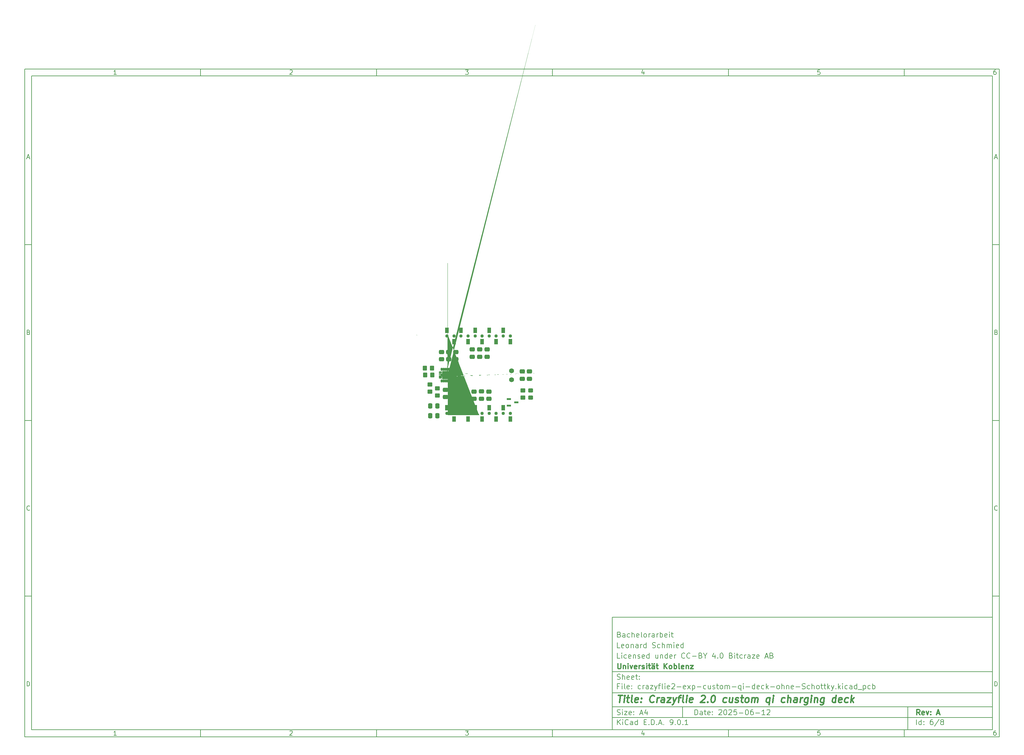
<source format=gts>
%TF.GenerationSoftware,KiCad,Pcbnew,9.0.1*%
%TF.CreationDate,2025-07-31T18:48:45+02:00*%
%TF.ProjectId,crazyflie2-exp-custom-qi-deck-ohne-Schottky,6372617a-7966-46c6-9965-322d6578702d,A*%
%TF.SameCoordinates,Original*%
%TF.FileFunction,Soldermask,Top*%
%TF.FilePolarity,Negative*%
%FSLAX46Y46*%
G04 Gerber Fmt 4.6, Leading zero omitted, Abs format (unit mm)*
G04 Created by KiCad (PCBNEW 9.0.1) date 2025-07-31 18:48:45*
%MOMM*%
%LPD*%
G01*
G04 APERTURE LIST*
G04 Aperture macros list*
%AMRoundRect*
0 Rectangle with rounded corners*
0 $1 Rounding radius*
0 $2 $3 $4 $5 $6 $7 $8 $9 X,Y pos of 4 corners*
0 Add a 4 corners polygon primitive as box body*
4,1,4,$2,$3,$4,$5,$6,$7,$8,$9,$2,$3,0*
0 Add four circle primitives for the rounded corners*
1,1,$1+$1,$2,$3*
1,1,$1+$1,$4,$5*
1,1,$1+$1,$6,$7*
1,1,$1+$1,$8,$9*
0 Add four rect primitives between the rounded corners*
20,1,$1+$1,$2,$3,$4,$5,0*
20,1,$1+$1,$4,$5,$6,$7,0*
20,1,$1+$1,$6,$7,$8,$9,0*
20,1,$1+$1,$8,$9,$2,$3,0*%
%AMFreePoly0*
4,1,505,-0.203634,2.555678,-0.202053,2.555421,-0.199231,2.554726,-0.198634,2.554678,-0.197053,2.554421,-0.194231,2.553726,-0.193634,2.553678,-0.192053,2.553421,-0.176164,2.549509,-0.173164,2.548509,-0.166423,2.545994,-0.165768,2.545723,-0.159148,2.542704,-0.157464,2.541862,-0.157608,2.541572,-0.146835,2.536534,-0.144880,2.535327,-0.140541,2.531895,-0.136165,2.529249,-0.134865,2.528313,
-0.133109,2.526820,-0.132165,2.526249,-0.130865,2.525313,-0.118339,2.514661,-0.110339,2.506661,-0.099687,2.494135,-0.098751,2.492835,-0.098179,2.491890,-0.096687,2.490135,-0.095751,2.488835,-0.093104,2.484458,-0.089673,2.480120,-0.088466,2.478165,-0.083427,2.467391,-0.083138,2.467536,-0.082296,2.465852,-0.079277,2.459232,-0.079006,2.458577,-0.076491,2.451836,-0.075491,2.448836,
-0.071579,2.432947,-0.071322,2.431366,-0.071273,2.430768,-0.070579,2.427947,-0.070322,2.426366,-0.070273,2.425768,-0.069579,2.422947,-0.069322,2.421366,-0.068000,2.405000,-0.068000,2.032000,0.068000,2.032000,0.068000,2.405000,0.069322,2.421366,0.069579,2.422947,0.070273,2.425768,0.070322,2.426366,0.070579,2.427947,0.071273,2.430768,0.071322,2.431366,0.071579,2.432947,
0.075491,2.448836,0.076491,2.451836,0.079006,2.458577,0.079277,2.459232,0.082296,2.465852,0.083138,2.467536,0.083427,2.467391,0.088466,2.478165,0.089673,2.480120,0.093104,2.484458,0.095751,2.488835,0.096687,2.490135,0.098179,2.491890,0.098751,2.492835,0.099687,2.494135,0.110339,2.506661,0.118339,2.514661,0.130865,2.525313,0.132165,2.526249,0.133109,2.526820,
0.134865,2.528313,0.136165,2.529249,0.140541,2.531895,0.144880,2.535327,0.146835,2.536534,0.157608,2.541572,0.157464,2.541862,0.159148,2.542704,0.165768,2.545723,0.166423,2.545994,0.173164,2.548509,0.176164,2.549509,0.192053,2.553421,0.193634,2.553678,0.194231,2.553726,0.197053,2.554421,0.198634,2.554678,0.199231,2.554726,0.202053,2.555421,0.203634,2.555678,
0.220000,2.557000,0.330000,2.557000,0.346366,2.555678,0.347947,2.555421,0.350768,2.554726,0.351366,2.554678,0.352947,2.554421,0.355768,2.553726,0.356366,2.553678,0.357947,2.553421,0.373836,2.549509,0.376836,2.548509,0.383577,2.545994,0.384232,2.545723,0.390852,2.542704,0.392536,2.541862,0.392391,2.541572,0.403165,2.536534,0.405120,2.535327,0.409458,2.531895,
0.413835,2.529249,0.415135,2.528313,0.416890,2.526820,0.417835,2.526249,0.419135,2.525313,0.431661,2.514661,0.439661,2.506661,0.450313,2.494135,0.451249,2.492835,0.451820,2.491890,0.453313,2.490135,0.454249,2.488835,0.456895,2.484458,0.460327,2.480120,0.461534,2.478165,0.466572,2.467391,0.466862,2.467536,0.467704,2.465852,0.470723,2.459232,0.470994,2.458577,
0.473509,2.451836,0.474509,2.448836,0.478421,2.432947,0.478678,2.431366,0.478726,2.430768,0.479421,2.427947,0.479678,2.426366,0.479726,2.425768,0.480421,2.422947,0.480678,2.421366,0.482000,2.405000,0.482000,1.632000,0.980000,1.632000,0.996366,1.630678,0.997947,1.630421,1.000768,1.629726,1.001366,1.629678,1.002947,1.629421,1.005768,1.628726,1.006366,1.628678,
1.007947,1.628421,1.013719,1.627000,1.025000,1.627000,1.084954,1.607520,1.122008,1.556520,1.127000,1.525000,1.127000,1.513718,1.128421,1.507947,1.128678,1.506366,1.128726,1.505768,1.129421,1.502947,1.129678,1.501366,1.129726,1.500768,1.130421,1.497947,1.130678,1.496366,1.132000,1.480000,1.132000,-1.480000,1.130678,-1.496366,1.130421,-1.497947,1.129726,-1.500768,
1.129678,-1.501366,1.129421,-1.502947,1.128726,-1.505768,1.128678,-1.506366,1.128421,-1.507947,1.127000,-1.513718,1.127000,-1.525000,1.107520,-1.584954,1.056520,-1.622008,1.025000,-1.627000,1.013719,-1.627000,1.007947,-1.628421,1.006366,-1.628678,1.005768,-1.628726,1.002947,-1.629421,1.001366,-1.629678,1.000768,-1.629726,0.997947,-1.630421,0.996366,-1.630678,0.980000,-1.632000,
0.482000,-1.632000,0.482000,-2.405000,0.480678,-2.421366,0.480421,-2.422947,0.479726,-2.425768,0.479678,-2.426366,0.479421,-2.427947,0.478726,-2.430768,0.478678,-2.431366,0.478421,-2.432947,0.474509,-2.448836,0.473509,-2.451836,0.470994,-2.458577,0.470723,-2.459232,0.467704,-2.465852,0.466862,-2.467536,0.466572,-2.467391,0.461534,-2.478165,0.460327,-2.480120,0.456895,-2.484458,
0.454249,-2.488835,0.453313,-2.490135,0.451820,-2.491890,0.451249,-2.492835,0.450313,-2.494135,0.439661,-2.506661,0.431661,-2.514661,0.419135,-2.525313,0.417835,-2.526249,0.416890,-2.526820,0.415135,-2.528313,0.413835,-2.529249,0.409458,-2.531895,0.405120,-2.535327,0.403165,-2.536534,0.392391,-2.541572,0.392536,-2.541862,0.390852,-2.542704,0.384232,-2.545723,0.383577,-2.545994,
0.376836,-2.548509,0.373836,-2.549509,0.357947,-2.553421,0.356366,-2.553678,0.355768,-2.553726,0.352947,-2.554421,0.351366,-2.554678,0.350768,-2.554726,0.347947,-2.555421,0.346366,-2.555678,0.330000,-2.557000,0.220000,-2.557000,0.203634,-2.555678,0.202053,-2.555421,0.199231,-2.554726,0.198634,-2.554678,0.197053,-2.554421,0.194231,-2.553726,0.193634,-2.553678,0.192053,-2.553421,
0.176164,-2.549509,0.173164,-2.548509,0.166423,-2.545994,0.165768,-2.545723,0.159148,-2.542704,0.157464,-2.541862,0.157608,-2.541572,0.146835,-2.536534,0.144880,-2.535327,0.140541,-2.531895,0.136165,-2.529249,0.134865,-2.528313,0.133109,-2.526820,0.132165,-2.526249,0.130865,-2.525313,0.118339,-2.514661,0.110339,-2.506661,0.099687,-2.494135,0.098751,-2.492835,0.098179,-2.491890,
0.096687,-2.490135,0.095751,-2.488835,0.093104,-2.484458,0.089673,-2.480120,0.088466,-2.478165,0.083427,-2.467391,0.083138,-2.467536,0.082296,-2.465852,0.079277,-2.459232,0.079006,-2.458577,0.076491,-2.451836,0.075491,-2.448836,0.071579,-2.432947,0.071322,-2.431366,0.071273,-2.430768,0.070579,-2.427947,0.070322,-2.426366,0.070273,-2.425768,0.069579,-2.422947,0.069322,-2.421366,
0.068000,-2.405000,0.068000,-2.032000,-0.068000,-2.032000,-0.068000,-2.405000,-0.069322,-2.421366,-0.069579,-2.422947,-0.070273,-2.425768,-0.070322,-2.426366,-0.070579,-2.427947,-0.071273,-2.430768,-0.071322,-2.431366,-0.071579,-2.432947,-0.075491,-2.448836,-0.076491,-2.451836,-0.079006,-2.458577,-0.079277,-2.459232,-0.082296,-2.465852,-0.083138,-2.467536,-0.083427,-2.467391,-0.088466,-2.478165,
-0.089673,-2.480120,-0.093104,-2.484458,-0.095751,-2.488835,-0.096687,-2.490135,-0.098179,-2.491890,-0.098751,-2.492835,-0.099687,-2.494135,-0.110339,-2.506661,-0.118339,-2.514661,-0.130865,-2.525313,-0.132165,-2.526249,-0.133109,-2.526820,-0.134865,-2.528313,-0.136165,-2.529249,-0.140541,-2.531895,-0.144880,-2.535327,-0.146835,-2.536534,-0.157608,-2.541572,-0.157464,-2.541862,-0.159148,-2.542704,
-0.165768,-2.545723,-0.166423,-2.545994,-0.173164,-2.548509,-0.176164,-2.549509,-0.192053,-2.553421,-0.193634,-2.553678,-0.194231,-2.553726,-0.197053,-2.554421,-0.198634,-2.554678,-0.199231,-2.554726,-0.202053,-2.555421,-0.203634,-2.555678,-0.220000,-2.557000,-0.330000,-2.557000,-0.346366,-2.555678,-0.347947,-2.555421,-0.350768,-2.554726,-0.351366,-2.554678,-0.352947,-2.554421,-0.355768,-2.553726,
-0.356366,-2.553678,-0.357947,-2.553421,-0.373836,-2.549509,-0.376836,-2.548509,-0.383577,-2.545994,-0.384232,-2.545723,-0.390852,-2.542704,-0.392536,-2.541862,-0.392391,-2.541572,-0.403165,-2.536534,-0.405120,-2.535327,-0.409458,-2.531895,-0.413835,-2.529249,-0.415135,-2.528313,-0.416890,-2.526820,-0.417835,-2.526249,-0.419135,-2.525313,-0.431661,-2.514661,-0.439661,-2.506661,-0.450313,-2.494135,
-0.451249,-2.492835,-0.451820,-2.491890,-0.453313,-2.490135,-0.454249,-2.488835,-0.456895,-2.484458,-0.460327,-2.480120,-0.461534,-2.478165,-0.466572,-2.467391,-0.466862,-2.467536,-0.467704,-2.465852,-0.470723,-2.459232,-0.470994,-2.458577,-0.473509,-2.451836,-0.474509,-2.448836,-0.478421,-2.432947,-0.478678,-2.431366,-0.478726,-2.430768,-0.479421,-2.427947,-0.479678,-2.426366,-0.479726,-2.425768,
-0.480421,-2.422947,-0.480678,-2.421366,-0.482000,-2.405000,-0.482000,-1.632000,-0.980000,-1.632000,-0.996366,-1.630678,-0.997947,-1.630421,-1.000768,-1.629726,-1.001366,-1.629678,-1.002947,-1.629421,-1.005768,-1.628726,-1.006366,-1.628678,-1.007947,-1.628421,-1.013719,-1.627000,-1.025000,-1.627000,-1.084954,-1.607520,-1.122008,-1.556520,-1.127000,-1.525000,-1.127000,-1.513718,-1.128421,-1.507947,
-1.128678,-1.506366,-1.128726,-1.505768,-1.129421,-1.502947,-1.129678,-1.501366,-1.129726,-1.500768,-1.130421,-1.497947,-1.130678,-1.496366,-1.132000,-1.480000,-1.132000,1.480000,-1.130678,1.496366,-1.130421,1.497947,-1.129726,1.500768,-1.129678,1.501366,-1.129421,1.502947,-1.128726,1.505768,-1.128678,1.506366,-1.128421,1.507947,-1.127000,1.513718,-1.127000,1.525000,-1.107520,1.584954,
-1.056520,1.622008,-1.025000,1.627000,-1.013719,1.627000,-1.007947,1.628421,-1.006366,1.628678,-1.005768,1.628726,-1.002947,1.629421,-1.001366,1.629678,-1.000768,1.629726,-0.997947,1.630421,-0.996366,1.630678,-0.980000,1.632000,-0.482000,1.632000,-0.482000,2.405000,-0.480678,2.421366,-0.480421,2.422947,-0.479726,2.425768,-0.479678,2.426366,-0.479421,2.427947,-0.478726,2.430768,
-0.478678,2.431366,-0.478421,2.432947,-0.474509,2.448836,-0.473509,2.451836,-0.470994,2.458577,-0.470723,2.459232,-0.467704,2.465852,-0.466862,2.467536,-0.466572,2.467391,-0.461534,2.478165,-0.460327,2.480120,-0.456895,2.484458,-0.454249,2.488835,-0.453313,2.490135,-0.451820,2.491890,-0.451249,2.492835,-0.450313,2.494135,-0.439661,2.506661,-0.431661,2.514661,-0.419135,2.525313,
-0.417835,2.526249,-0.416890,2.526820,-0.415135,2.528313,-0.413835,2.529249,-0.409458,2.531895,-0.405120,2.535327,-0.403165,2.536534,-0.392391,2.541572,-0.392536,2.541862,-0.390852,2.542704,-0.384232,2.545723,-0.383577,2.545994,-0.376836,2.548509,-0.373836,2.549509,-0.357947,2.553421,-0.356366,2.553678,-0.355768,2.553726,-0.352947,2.554421,-0.351366,2.554678,-0.350768,2.554726,
-0.347947,2.555421,-0.346366,2.555678,-0.330000,2.557000,-0.220000,2.557000,-0.203634,2.555678,-0.203634,2.555678,$1*%
G04 Aperture macros list end*
%ADD10C,0.100000*%
%ADD11C,0.150000*%
%ADD12C,0.300000*%
%ADD13C,0.400000*%
%ADD14C,0.000000*%
%ADD15R,1.000000X1.600000*%
%ADD16C,0.950000*%
%ADD17RoundRect,0.250000X-0.350000X-0.450000X0.350000X-0.450000X0.350000X0.450000X-0.350000X0.450000X0*%
%ADD18RoundRect,0.250000X-0.475000X0.337500X-0.475000X-0.337500X0.475000X-0.337500X0.475000X0.337500X0*%
%ADD19R,1.250000X0.600000*%
%ADD20RoundRect,0.250000X0.450000X-0.350000X0.450000X0.350000X-0.450000X0.350000X-0.450000X-0.350000X0*%
%ADD21RoundRect,0.250000X0.475000X-0.337500X0.475000X0.337500X-0.475000X0.337500X-0.475000X-0.337500X0*%
%ADD22FreePoly0,90.000000*%
%ADD23RoundRect,0.250000X0.337500X0.475000X-0.337500X0.475000X-0.337500X-0.475000X0.337500X-0.475000X0*%
%ADD24RoundRect,0.250000X-0.450000X0.350000X-0.450000X-0.350000X0.450000X-0.350000X0.450000X0.350000X0*%
%ADD25RoundRect,0.093072X-0.308528X0.128528X-0.308528X-0.128528X0.308528X-0.128528X0.308528X0.128528X0*%
%ADD26RoundRect,0.093072X-0.128528X0.308528X-0.128528X-0.308528X0.128528X-0.308528X0.128528X0.308528X0*%
%ADD27C,0.703200*%
%ADD28RoundRect,0.250000X-0.450000X0.325000X-0.450000X-0.325000X0.450000X-0.325000X0.450000X0.325000X0*%
%ADD29C,1.400000*%
%ADD30RoundRect,0.250000X0.350000X0.450000X-0.350000X0.450000X-0.350000X-0.450000X0.350000X-0.450000X0*%
G04 APERTURE END LIST*
D10*
D11*
X177002200Y-166007200D02*
X285002200Y-166007200D01*
X285002200Y-198007200D01*
X177002200Y-198007200D01*
X177002200Y-166007200D01*
D10*
D11*
X10000000Y-10000000D02*
X287002200Y-10000000D01*
X287002200Y-200007200D01*
X10000000Y-200007200D01*
X10000000Y-10000000D01*
D10*
D11*
X12000000Y-12000000D02*
X285002200Y-12000000D01*
X285002200Y-198007200D01*
X12000000Y-198007200D01*
X12000000Y-12000000D01*
D10*
D11*
X60000000Y-12000000D02*
X60000000Y-10000000D01*
D10*
D11*
X110000000Y-12000000D02*
X110000000Y-10000000D01*
D10*
D11*
X160000000Y-12000000D02*
X160000000Y-10000000D01*
D10*
D11*
X210000000Y-12000000D02*
X210000000Y-10000000D01*
D10*
D11*
X260000000Y-12000000D02*
X260000000Y-10000000D01*
D10*
D11*
X36089160Y-11593604D02*
X35346303Y-11593604D01*
X35717731Y-11593604D02*
X35717731Y-10293604D01*
X35717731Y-10293604D02*
X35593922Y-10479319D01*
X35593922Y-10479319D02*
X35470112Y-10603128D01*
X35470112Y-10603128D02*
X35346303Y-10665033D01*
D10*
D11*
X85346303Y-10417414D02*
X85408207Y-10355509D01*
X85408207Y-10355509D02*
X85532017Y-10293604D01*
X85532017Y-10293604D02*
X85841541Y-10293604D01*
X85841541Y-10293604D02*
X85965350Y-10355509D01*
X85965350Y-10355509D02*
X86027255Y-10417414D01*
X86027255Y-10417414D02*
X86089160Y-10541223D01*
X86089160Y-10541223D02*
X86089160Y-10665033D01*
X86089160Y-10665033D02*
X86027255Y-10850747D01*
X86027255Y-10850747D02*
X85284398Y-11593604D01*
X85284398Y-11593604D02*
X86089160Y-11593604D01*
D10*
D11*
X135284398Y-10293604D02*
X136089160Y-10293604D01*
X136089160Y-10293604D02*
X135655826Y-10788842D01*
X135655826Y-10788842D02*
X135841541Y-10788842D01*
X135841541Y-10788842D02*
X135965350Y-10850747D01*
X135965350Y-10850747D02*
X136027255Y-10912652D01*
X136027255Y-10912652D02*
X136089160Y-11036461D01*
X136089160Y-11036461D02*
X136089160Y-11345985D01*
X136089160Y-11345985D02*
X136027255Y-11469795D01*
X136027255Y-11469795D02*
X135965350Y-11531700D01*
X135965350Y-11531700D02*
X135841541Y-11593604D01*
X135841541Y-11593604D02*
X135470112Y-11593604D01*
X135470112Y-11593604D02*
X135346303Y-11531700D01*
X135346303Y-11531700D02*
X135284398Y-11469795D01*
D10*
D11*
X185965350Y-10726938D02*
X185965350Y-11593604D01*
X185655826Y-10231700D02*
X185346303Y-11160271D01*
X185346303Y-11160271D02*
X186151064Y-11160271D01*
D10*
D11*
X236027255Y-10293604D02*
X235408207Y-10293604D01*
X235408207Y-10293604D02*
X235346303Y-10912652D01*
X235346303Y-10912652D02*
X235408207Y-10850747D01*
X235408207Y-10850747D02*
X235532017Y-10788842D01*
X235532017Y-10788842D02*
X235841541Y-10788842D01*
X235841541Y-10788842D02*
X235965350Y-10850747D01*
X235965350Y-10850747D02*
X236027255Y-10912652D01*
X236027255Y-10912652D02*
X236089160Y-11036461D01*
X236089160Y-11036461D02*
X236089160Y-11345985D01*
X236089160Y-11345985D02*
X236027255Y-11469795D01*
X236027255Y-11469795D02*
X235965350Y-11531700D01*
X235965350Y-11531700D02*
X235841541Y-11593604D01*
X235841541Y-11593604D02*
X235532017Y-11593604D01*
X235532017Y-11593604D02*
X235408207Y-11531700D01*
X235408207Y-11531700D02*
X235346303Y-11469795D01*
D10*
D11*
X285965350Y-10293604D02*
X285717731Y-10293604D01*
X285717731Y-10293604D02*
X285593922Y-10355509D01*
X285593922Y-10355509D02*
X285532017Y-10417414D01*
X285532017Y-10417414D02*
X285408207Y-10603128D01*
X285408207Y-10603128D02*
X285346303Y-10850747D01*
X285346303Y-10850747D02*
X285346303Y-11345985D01*
X285346303Y-11345985D02*
X285408207Y-11469795D01*
X285408207Y-11469795D02*
X285470112Y-11531700D01*
X285470112Y-11531700D02*
X285593922Y-11593604D01*
X285593922Y-11593604D02*
X285841541Y-11593604D01*
X285841541Y-11593604D02*
X285965350Y-11531700D01*
X285965350Y-11531700D02*
X286027255Y-11469795D01*
X286027255Y-11469795D02*
X286089160Y-11345985D01*
X286089160Y-11345985D02*
X286089160Y-11036461D01*
X286089160Y-11036461D02*
X286027255Y-10912652D01*
X286027255Y-10912652D02*
X285965350Y-10850747D01*
X285965350Y-10850747D02*
X285841541Y-10788842D01*
X285841541Y-10788842D02*
X285593922Y-10788842D01*
X285593922Y-10788842D02*
X285470112Y-10850747D01*
X285470112Y-10850747D02*
X285408207Y-10912652D01*
X285408207Y-10912652D02*
X285346303Y-11036461D01*
D10*
D11*
X60000000Y-198007200D02*
X60000000Y-200007200D01*
D10*
D11*
X110000000Y-198007200D02*
X110000000Y-200007200D01*
D10*
D11*
X160000000Y-198007200D02*
X160000000Y-200007200D01*
D10*
D11*
X210000000Y-198007200D02*
X210000000Y-200007200D01*
D10*
D11*
X260000000Y-198007200D02*
X260000000Y-200007200D01*
D10*
D11*
X36089160Y-199600804D02*
X35346303Y-199600804D01*
X35717731Y-199600804D02*
X35717731Y-198300804D01*
X35717731Y-198300804D02*
X35593922Y-198486519D01*
X35593922Y-198486519D02*
X35470112Y-198610328D01*
X35470112Y-198610328D02*
X35346303Y-198672233D01*
D10*
D11*
X85346303Y-198424614D02*
X85408207Y-198362709D01*
X85408207Y-198362709D02*
X85532017Y-198300804D01*
X85532017Y-198300804D02*
X85841541Y-198300804D01*
X85841541Y-198300804D02*
X85965350Y-198362709D01*
X85965350Y-198362709D02*
X86027255Y-198424614D01*
X86027255Y-198424614D02*
X86089160Y-198548423D01*
X86089160Y-198548423D02*
X86089160Y-198672233D01*
X86089160Y-198672233D02*
X86027255Y-198857947D01*
X86027255Y-198857947D02*
X85284398Y-199600804D01*
X85284398Y-199600804D02*
X86089160Y-199600804D01*
D10*
D11*
X135284398Y-198300804D02*
X136089160Y-198300804D01*
X136089160Y-198300804D02*
X135655826Y-198796042D01*
X135655826Y-198796042D02*
X135841541Y-198796042D01*
X135841541Y-198796042D02*
X135965350Y-198857947D01*
X135965350Y-198857947D02*
X136027255Y-198919852D01*
X136027255Y-198919852D02*
X136089160Y-199043661D01*
X136089160Y-199043661D02*
X136089160Y-199353185D01*
X136089160Y-199353185D02*
X136027255Y-199476995D01*
X136027255Y-199476995D02*
X135965350Y-199538900D01*
X135965350Y-199538900D02*
X135841541Y-199600804D01*
X135841541Y-199600804D02*
X135470112Y-199600804D01*
X135470112Y-199600804D02*
X135346303Y-199538900D01*
X135346303Y-199538900D02*
X135284398Y-199476995D01*
D10*
D11*
X185965350Y-198734138D02*
X185965350Y-199600804D01*
X185655826Y-198238900D02*
X185346303Y-199167471D01*
X185346303Y-199167471D02*
X186151064Y-199167471D01*
D10*
D11*
X236027255Y-198300804D02*
X235408207Y-198300804D01*
X235408207Y-198300804D02*
X235346303Y-198919852D01*
X235346303Y-198919852D02*
X235408207Y-198857947D01*
X235408207Y-198857947D02*
X235532017Y-198796042D01*
X235532017Y-198796042D02*
X235841541Y-198796042D01*
X235841541Y-198796042D02*
X235965350Y-198857947D01*
X235965350Y-198857947D02*
X236027255Y-198919852D01*
X236027255Y-198919852D02*
X236089160Y-199043661D01*
X236089160Y-199043661D02*
X236089160Y-199353185D01*
X236089160Y-199353185D02*
X236027255Y-199476995D01*
X236027255Y-199476995D02*
X235965350Y-199538900D01*
X235965350Y-199538900D02*
X235841541Y-199600804D01*
X235841541Y-199600804D02*
X235532017Y-199600804D01*
X235532017Y-199600804D02*
X235408207Y-199538900D01*
X235408207Y-199538900D02*
X235346303Y-199476995D01*
D10*
D11*
X285965350Y-198300804D02*
X285717731Y-198300804D01*
X285717731Y-198300804D02*
X285593922Y-198362709D01*
X285593922Y-198362709D02*
X285532017Y-198424614D01*
X285532017Y-198424614D02*
X285408207Y-198610328D01*
X285408207Y-198610328D02*
X285346303Y-198857947D01*
X285346303Y-198857947D02*
X285346303Y-199353185D01*
X285346303Y-199353185D02*
X285408207Y-199476995D01*
X285408207Y-199476995D02*
X285470112Y-199538900D01*
X285470112Y-199538900D02*
X285593922Y-199600804D01*
X285593922Y-199600804D02*
X285841541Y-199600804D01*
X285841541Y-199600804D02*
X285965350Y-199538900D01*
X285965350Y-199538900D02*
X286027255Y-199476995D01*
X286027255Y-199476995D02*
X286089160Y-199353185D01*
X286089160Y-199353185D02*
X286089160Y-199043661D01*
X286089160Y-199043661D02*
X286027255Y-198919852D01*
X286027255Y-198919852D02*
X285965350Y-198857947D01*
X285965350Y-198857947D02*
X285841541Y-198796042D01*
X285841541Y-198796042D02*
X285593922Y-198796042D01*
X285593922Y-198796042D02*
X285470112Y-198857947D01*
X285470112Y-198857947D02*
X285408207Y-198919852D01*
X285408207Y-198919852D02*
X285346303Y-199043661D01*
D10*
D11*
X10000000Y-60000000D02*
X12000000Y-60000000D01*
D10*
D11*
X10000000Y-110000000D02*
X12000000Y-110000000D01*
D10*
D11*
X10000000Y-160000000D02*
X12000000Y-160000000D01*
D10*
D11*
X10690476Y-35222176D02*
X11309523Y-35222176D01*
X10566666Y-35593604D02*
X10999999Y-34293604D01*
X10999999Y-34293604D02*
X11433333Y-35593604D01*
D10*
D11*
X11092857Y-84912652D02*
X11278571Y-84974557D01*
X11278571Y-84974557D02*
X11340476Y-85036461D01*
X11340476Y-85036461D02*
X11402380Y-85160271D01*
X11402380Y-85160271D02*
X11402380Y-85345985D01*
X11402380Y-85345985D02*
X11340476Y-85469795D01*
X11340476Y-85469795D02*
X11278571Y-85531700D01*
X11278571Y-85531700D02*
X11154761Y-85593604D01*
X11154761Y-85593604D02*
X10659523Y-85593604D01*
X10659523Y-85593604D02*
X10659523Y-84293604D01*
X10659523Y-84293604D02*
X11092857Y-84293604D01*
X11092857Y-84293604D02*
X11216666Y-84355509D01*
X11216666Y-84355509D02*
X11278571Y-84417414D01*
X11278571Y-84417414D02*
X11340476Y-84541223D01*
X11340476Y-84541223D02*
X11340476Y-84665033D01*
X11340476Y-84665033D02*
X11278571Y-84788842D01*
X11278571Y-84788842D02*
X11216666Y-84850747D01*
X11216666Y-84850747D02*
X11092857Y-84912652D01*
X11092857Y-84912652D02*
X10659523Y-84912652D01*
D10*
D11*
X11402380Y-135469795D02*
X11340476Y-135531700D01*
X11340476Y-135531700D02*
X11154761Y-135593604D01*
X11154761Y-135593604D02*
X11030952Y-135593604D01*
X11030952Y-135593604D02*
X10845238Y-135531700D01*
X10845238Y-135531700D02*
X10721428Y-135407890D01*
X10721428Y-135407890D02*
X10659523Y-135284080D01*
X10659523Y-135284080D02*
X10597619Y-135036461D01*
X10597619Y-135036461D02*
X10597619Y-134850747D01*
X10597619Y-134850747D02*
X10659523Y-134603128D01*
X10659523Y-134603128D02*
X10721428Y-134479319D01*
X10721428Y-134479319D02*
X10845238Y-134355509D01*
X10845238Y-134355509D02*
X11030952Y-134293604D01*
X11030952Y-134293604D02*
X11154761Y-134293604D01*
X11154761Y-134293604D02*
X11340476Y-134355509D01*
X11340476Y-134355509D02*
X11402380Y-134417414D01*
D10*
D11*
X10659523Y-185593604D02*
X10659523Y-184293604D01*
X10659523Y-184293604D02*
X10969047Y-184293604D01*
X10969047Y-184293604D02*
X11154761Y-184355509D01*
X11154761Y-184355509D02*
X11278571Y-184479319D01*
X11278571Y-184479319D02*
X11340476Y-184603128D01*
X11340476Y-184603128D02*
X11402380Y-184850747D01*
X11402380Y-184850747D02*
X11402380Y-185036461D01*
X11402380Y-185036461D02*
X11340476Y-185284080D01*
X11340476Y-185284080D02*
X11278571Y-185407890D01*
X11278571Y-185407890D02*
X11154761Y-185531700D01*
X11154761Y-185531700D02*
X10969047Y-185593604D01*
X10969047Y-185593604D02*
X10659523Y-185593604D01*
D10*
D11*
X287002200Y-60000000D02*
X285002200Y-60000000D01*
D10*
D11*
X287002200Y-110000000D02*
X285002200Y-110000000D01*
D10*
D11*
X287002200Y-160000000D02*
X285002200Y-160000000D01*
D10*
D11*
X285692676Y-35222176D02*
X286311723Y-35222176D01*
X285568866Y-35593604D02*
X286002199Y-34293604D01*
X286002199Y-34293604D02*
X286435533Y-35593604D01*
D10*
D11*
X286095057Y-84912652D02*
X286280771Y-84974557D01*
X286280771Y-84974557D02*
X286342676Y-85036461D01*
X286342676Y-85036461D02*
X286404580Y-85160271D01*
X286404580Y-85160271D02*
X286404580Y-85345985D01*
X286404580Y-85345985D02*
X286342676Y-85469795D01*
X286342676Y-85469795D02*
X286280771Y-85531700D01*
X286280771Y-85531700D02*
X286156961Y-85593604D01*
X286156961Y-85593604D02*
X285661723Y-85593604D01*
X285661723Y-85593604D02*
X285661723Y-84293604D01*
X285661723Y-84293604D02*
X286095057Y-84293604D01*
X286095057Y-84293604D02*
X286218866Y-84355509D01*
X286218866Y-84355509D02*
X286280771Y-84417414D01*
X286280771Y-84417414D02*
X286342676Y-84541223D01*
X286342676Y-84541223D02*
X286342676Y-84665033D01*
X286342676Y-84665033D02*
X286280771Y-84788842D01*
X286280771Y-84788842D02*
X286218866Y-84850747D01*
X286218866Y-84850747D02*
X286095057Y-84912652D01*
X286095057Y-84912652D02*
X285661723Y-84912652D01*
D10*
D11*
X286404580Y-135469795D02*
X286342676Y-135531700D01*
X286342676Y-135531700D02*
X286156961Y-135593604D01*
X286156961Y-135593604D02*
X286033152Y-135593604D01*
X286033152Y-135593604D02*
X285847438Y-135531700D01*
X285847438Y-135531700D02*
X285723628Y-135407890D01*
X285723628Y-135407890D02*
X285661723Y-135284080D01*
X285661723Y-135284080D02*
X285599819Y-135036461D01*
X285599819Y-135036461D02*
X285599819Y-134850747D01*
X285599819Y-134850747D02*
X285661723Y-134603128D01*
X285661723Y-134603128D02*
X285723628Y-134479319D01*
X285723628Y-134479319D02*
X285847438Y-134355509D01*
X285847438Y-134355509D02*
X286033152Y-134293604D01*
X286033152Y-134293604D02*
X286156961Y-134293604D01*
X286156961Y-134293604D02*
X286342676Y-134355509D01*
X286342676Y-134355509D02*
X286404580Y-134417414D01*
D10*
D11*
X285661723Y-185593604D02*
X285661723Y-184293604D01*
X285661723Y-184293604D02*
X285971247Y-184293604D01*
X285971247Y-184293604D02*
X286156961Y-184355509D01*
X286156961Y-184355509D02*
X286280771Y-184479319D01*
X286280771Y-184479319D02*
X286342676Y-184603128D01*
X286342676Y-184603128D02*
X286404580Y-184850747D01*
X286404580Y-184850747D02*
X286404580Y-185036461D01*
X286404580Y-185036461D02*
X286342676Y-185284080D01*
X286342676Y-185284080D02*
X286280771Y-185407890D01*
X286280771Y-185407890D02*
X286156961Y-185531700D01*
X286156961Y-185531700D02*
X285971247Y-185593604D01*
X285971247Y-185593604D02*
X285661723Y-185593604D01*
D10*
D11*
X200458026Y-193793328D02*
X200458026Y-192293328D01*
X200458026Y-192293328D02*
X200815169Y-192293328D01*
X200815169Y-192293328D02*
X201029455Y-192364757D01*
X201029455Y-192364757D02*
X201172312Y-192507614D01*
X201172312Y-192507614D02*
X201243741Y-192650471D01*
X201243741Y-192650471D02*
X201315169Y-192936185D01*
X201315169Y-192936185D02*
X201315169Y-193150471D01*
X201315169Y-193150471D02*
X201243741Y-193436185D01*
X201243741Y-193436185D02*
X201172312Y-193579042D01*
X201172312Y-193579042D02*
X201029455Y-193721900D01*
X201029455Y-193721900D02*
X200815169Y-193793328D01*
X200815169Y-193793328D02*
X200458026Y-193793328D01*
X202600884Y-193793328D02*
X202600884Y-193007614D01*
X202600884Y-193007614D02*
X202529455Y-192864757D01*
X202529455Y-192864757D02*
X202386598Y-192793328D01*
X202386598Y-192793328D02*
X202100884Y-192793328D01*
X202100884Y-192793328D02*
X201958026Y-192864757D01*
X202600884Y-193721900D02*
X202458026Y-193793328D01*
X202458026Y-193793328D02*
X202100884Y-193793328D01*
X202100884Y-193793328D02*
X201958026Y-193721900D01*
X201958026Y-193721900D02*
X201886598Y-193579042D01*
X201886598Y-193579042D02*
X201886598Y-193436185D01*
X201886598Y-193436185D02*
X201958026Y-193293328D01*
X201958026Y-193293328D02*
X202100884Y-193221900D01*
X202100884Y-193221900D02*
X202458026Y-193221900D01*
X202458026Y-193221900D02*
X202600884Y-193150471D01*
X203100884Y-192793328D02*
X203672312Y-192793328D01*
X203315169Y-192293328D02*
X203315169Y-193579042D01*
X203315169Y-193579042D02*
X203386598Y-193721900D01*
X203386598Y-193721900D02*
X203529455Y-193793328D01*
X203529455Y-193793328D02*
X203672312Y-193793328D01*
X204743741Y-193721900D02*
X204600884Y-193793328D01*
X204600884Y-193793328D02*
X204315170Y-193793328D01*
X204315170Y-193793328D02*
X204172312Y-193721900D01*
X204172312Y-193721900D02*
X204100884Y-193579042D01*
X204100884Y-193579042D02*
X204100884Y-193007614D01*
X204100884Y-193007614D02*
X204172312Y-192864757D01*
X204172312Y-192864757D02*
X204315170Y-192793328D01*
X204315170Y-192793328D02*
X204600884Y-192793328D01*
X204600884Y-192793328D02*
X204743741Y-192864757D01*
X204743741Y-192864757D02*
X204815170Y-193007614D01*
X204815170Y-193007614D02*
X204815170Y-193150471D01*
X204815170Y-193150471D02*
X204100884Y-193293328D01*
X205458026Y-193650471D02*
X205529455Y-193721900D01*
X205529455Y-193721900D02*
X205458026Y-193793328D01*
X205458026Y-193793328D02*
X205386598Y-193721900D01*
X205386598Y-193721900D02*
X205458026Y-193650471D01*
X205458026Y-193650471D02*
X205458026Y-193793328D01*
X205458026Y-192864757D02*
X205529455Y-192936185D01*
X205529455Y-192936185D02*
X205458026Y-193007614D01*
X205458026Y-193007614D02*
X205386598Y-192936185D01*
X205386598Y-192936185D02*
X205458026Y-192864757D01*
X205458026Y-192864757D02*
X205458026Y-193007614D01*
X207243741Y-192436185D02*
X207315169Y-192364757D01*
X207315169Y-192364757D02*
X207458027Y-192293328D01*
X207458027Y-192293328D02*
X207815169Y-192293328D01*
X207815169Y-192293328D02*
X207958027Y-192364757D01*
X207958027Y-192364757D02*
X208029455Y-192436185D01*
X208029455Y-192436185D02*
X208100884Y-192579042D01*
X208100884Y-192579042D02*
X208100884Y-192721900D01*
X208100884Y-192721900D02*
X208029455Y-192936185D01*
X208029455Y-192936185D02*
X207172312Y-193793328D01*
X207172312Y-193793328D02*
X208100884Y-193793328D01*
X209029455Y-192293328D02*
X209172312Y-192293328D01*
X209172312Y-192293328D02*
X209315169Y-192364757D01*
X209315169Y-192364757D02*
X209386598Y-192436185D01*
X209386598Y-192436185D02*
X209458026Y-192579042D01*
X209458026Y-192579042D02*
X209529455Y-192864757D01*
X209529455Y-192864757D02*
X209529455Y-193221900D01*
X209529455Y-193221900D02*
X209458026Y-193507614D01*
X209458026Y-193507614D02*
X209386598Y-193650471D01*
X209386598Y-193650471D02*
X209315169Y-193721900D01*
X209315169Y-193721900D02*
X209172312Y-193793328D01*
X209172312Y-193793328D02*
X209029455Y-193793328D01*
X209029455Y-193793328D02*
X208886598Y-193721900D01*
X208886598Y-193721900D02*
X208815169Y-193650471D01*
X208815169Y-193650471D02*
X208743740Y-193507614D01*
X208743740Y-193507614D02*
X208672312Y-193221900D01*
X208672312Y-193221900D02*
X208672312Y-192864757D01*
X208672312Y-192864757D02*
X208743740Y-192579042D01*
X208743740Y-192579042D02*
X208815169Y-192436185D01*
X208815169Y-192436185D02*
X208886598Y-192364757D01*
X208886598Y-192364757D02*
X209029455Y-192293328D01*
X210100883Y-192436185D02*
X210172311Y-192364757D01*
X210172311Y-192364757D02*
X210315169Y-192293328D01*
X210315169Y-192293328D02*
X210672311Y-192293328D01*
X210672311Y-192293328D02*
X210815169Y-192364757D01*
X210815169Y-192364757D02*
X210886597Y-192436185D01*
X210886597Y-192436185D02*
X210958026Y-192579042D01*
X210958026Y-192579042D02*
X210958026Y-192721900D01*
X210958026Y-192721900D02*
X210886597Y-192936185D01*
X210886597Y-192936185D02*
X210029454Y-193793328D01*
X210029454Y-193793328D02*
X210958026Y-193793328D01*
X212315168Y-192293328D02*
X211600882Y-192293328D01*
X211600882Y-192293328D02*
X211529454Y-193007614D01*
X211529454Y-193007614D02*
X211600882Y-192936185D01*
X211600882Y-192936185D02*
X211743740Y-192864757D01*
X211743740Y-192864757D02*
X212100882Y-192864757D01*
X212100882Y-192864757D02*
X212243740Y-192936185D01*
X212243740Y-192936185D02*
X212315168Y-193007614D01*
X212315168Y-193007614D02*
X212386597Y-193150471D01*
X212386597Y-193150471D02*
X212386597Y-193507614D01*
X212386597Y-193507614D02*
X212315168Y-193650471D01*
X212315168Y-193650471D02*
X212243740Y-193721900D01*
X212243740Y-193721900D02*
X212100882Y-193793328D01*
X212100882Y-193793328D02*
X211743740Y-193793328D01*
X211743740Y-193793328D02*
X211600882Y-193721900D01*
X211600882Y-193721900D02*
X211529454Y-193650471D01*
X213029453Y-193221900D02*
X214172311Y-193221900D01*
X215172311Y-192293328D02*
X215315168Y-192293328D01*
X215315168Y-192293328D02*
X215458025Y-192364757D01*
X215458025Y-192364757D02*
X215529454Y-192436185D01*
X215529454Y-192436185D02*
X215600882Y-192579042D01*
X215600882Y-192579042D02*
X215672311Y-192864757D01*
X215672311Y-192864757D02*
X215672311Y-193221900D01*
X215672311Y-193221900D02*
X215600882Y-193507614D01*
X215600882Y-193507614D02*
X215529454Y-193650471D01*
X215529454Y-193650471D02*
X215458025Y-193721900D01*
X215458025Y-193721900D02*
X215315168Y-193793328D01*
X215315168Y-193793328D02*
X215172311Y-193793328D01*
X215172311Y-193793328D02*
X215029454Y-193721900D01*
X215029454Y-193721900D02*
X214958025Y-193650471D01*
X214958025Y-193650471D02*
X214886596Y-193507614D01*
X214886596Y-193507614D02*
X214815168Y-193221900D01*
X214815168Y-193221900D02*
X214815168Y-192864757D01*
X214815168Y-192864757D02*
X214886596Y-192579042D01*
X214886596Y-192579042D02*
X214958025Y-192436185D01*
X214958025Y-192436185D02*
X215029454Y-192364757D01*
X215029454Y-192364757D02*
X215172311Y-192293328D01*
X216958025Y-192293328D02*
X216672310Y-192293328D01*
X216672310Y-192293328D02*
X216529453Y-192364757D01*
X216529453Y-192364757D02*
X216458025Y-192436185D01*
X216458025Y-192436185D02*
X216315167Y-192650471D01*
X216315167Y-192650471D02*
X216243739Y-192936185D01*
X216243739Y-192936185D02*
X216243739Y-193507614D01*
X216243739Y-193507614D02*
X216315167Y-193650471D01*
X216315167Y-193650471D02*
X216386596Y-193721900D01*
X216386596Y-193721900D02*
X216529453Y-193793328D01*
X216529453Y-193793328D02*
X216815167Y-193793328D01*
X216815167Y-193793328D02*
X216958025Y-193721900D01*
X216958025Y-193721900D02*
X217029453Y-193650471D01*
X217029453Y-193650471D02*
X217100882Y-193507614D01*
X217100882Y-193507614D02*
X217100882Y-193150471D01*
X217100882Y-193150471D02*
X217029453Y-193007614D01*
X217029453Y-193007614D02*
X216958025Y-192936185D01*
X216958025Y-192936185D02*
X216815167Y-192864757D01*
X216815167Y-192864757D02*
X216529453Y-192864757D01*
X216529453Y-192864757D02*
X216386596Y-192936185D01*
X216386596Y-192936185D02*
X216315167Y-193007614D01*
X216315167Y-193007614D02*
X216243739Y-193150471D01*
X217743738Y-193221900D02*
X218886596Y-193221900D01*
X220386596Y-193793328D02*
X219529453Y-193793328D01*
X219958024Y-193793328D02*
X219958024Y-192293328D01*
X219958024Y-192293328D02*
X219815167Y-192507614D01*
X219815167Y-192507614D02*
X219672310Y-192650471D01*
X219672310Y-192650471D02*
X219529453Y-192721900D01*
X220958024Y-192436185D02*
X221029452Y-192364757D01*
X221029452Y-192364757D02*
X221172310Y-192293328D01*
X221172310Y-192293328D02*
X221529452Y-192293328D01*
X221529452Y-192293328D02*
X221672310Y-192364757D01*
X221672310Y-192364757D02*
X221743738Y-192436185D01*
X221743738Y-192436185D02*
X221815167Y-192579042D01*
X221815167Y-192579042D02*
X221815167Y-192721900D01*
X221815167Y-192721900D02*
X221743738Y-192936185D01*
X221743738Y-192936185D02*
X220886595Y-193793328D01*
X220886595Y-193793328D02*
X221815167Y-193793328D01*
D10*
D11*
X177002200Y-194507200D02*
X285002200Y-194507200D01*
D10*
D11*
X178458026Y-196593328D02*
X178458026Y-195093328D01*
X179315169Y-196593328D02*
X178672312Y-195736185D01*
X179315169Y-195093328D02*
X178458026Y-195950471D01*
X179958026Y-196593328D02*
X179958026Y-195593328D01*
X179958026Y-195093328D02*
X179886598Y-195164757D01*
X179886598Y-195164757D02*
X179958026Y-195236185D01*
X179958026Y-195236185D02*
X180029455Y-195164757D01*
X180029455Y-195164757D02*
X179958026Y-195093328D01*
X179958026Y-195093328D02*
X179958026Y-195236185D01*
X181529455Y-196450471D02*
X181458027Y-196521900D01*
X181458027Y-196521900D02*
X181243741Y-196593328D01*
X181243741Y-196593328D02*
X181100884Y-196593328D01*
X181100884Y-196593328D02*
X180886598Y-196521900D01*
X180886598Y-196521900D02*
X180743741Y-196379042D01*
X180743741Y-196379042D02*
X180672312Y-196236185D01*
X180672312Y-196236185D02*
X180600884Y-195950471D01*
X180600884Y-195950471D02*
X180600884Y-195736185D01*
X180600884Y-195736185D02*
X180672312Y-195450471D01*
X180672312Y-195450471D02*
X180743741Y-195307614D01*
X180743741Y-195307614D02*
X180886598Y-195164757D01*
X180886598Y-195164757D02*
X181100884Y-195093328D01*
X181100884Y-195093328D02*
X181243741Y-195093328D01*
X181243741Y-195093328D02*
X181458027Y-195164757D01*
X181458027Y-195164757D02*
X181529455Y-195236185D01*
X182815170Y-196593328D02*
X182815170Y-195807614D01*
X182815170Y-195807614D02*
X182743741Y-195664757D01*
X182743741Y-195664757D02*
X182600884Y-195593328D01*
X182600884Y-195593328D02*
X182315170Y-195593328D01*
X182315170Y-195593328D02*
X182172312Y-195664757D01*
X182815170Y-196521900D02*
X182672312Y-196593328D01*
X182672312Y-196593328D02*
X182315170Y-196593328D01*
X182315170Y-196593328D02*
X182172312Y-196521900D01*
X182172312Y-196521900D02*
X182100884Y-196379042D01*
X182100884Y-196379042D02*
X182100884Y-196236185D01*
X182100884Y-196236185D02*
X182172312Y-196093328D01*
X182172312Y-196093328D02*
X182315170Y-196021900D01*
X182315170Y-196021900D02*
X182672312Y-196021900D01*
X182672312Y-196021900D02*
X182815170Y-195950471D01*
X184172313Y-196593328D02*
X184172313Y-195093328D01*
X184172313Y-196521900D02*
X184029455Y-196593328D01*
X184029455Y-196593328D02*
X183743741Y-196593328D01*
X183743741Y-196593328D02*
X183600884Y-196521900D01*
X183600884Y-196521900D02*
X183529455Y-196450471D01*
X183529455Y-196450471D02*
X183458027Y-196307614D01*
X183458027Y-196307614D02*
X183458027Y-195879042D01*
X183458027Y-195879042D02*
X183529455Y-195736185D01*
X183529455Y-195736185D02*
X183600884Y-195664757D01*
X183600884Y-195664757D02*
X183743741Y-195593328D01*
X183743741Y-195593328D02*
X184029455Y-195593328D01*
X184029455Y-195593328D02*
X184172313Y-195664757D01*
X186029455Y-195807614D02*
X186529455Y-195807614D01*
X186743741Y-196593328D02*
X186029455Y-196593328D01*
X186029455Y-196593328D02*
X186029455Y-195093328D01*
X186029455Y-195093328D02*
X186743741Y-195093328D01*
X187386598Y-196450471D02*
X187458027Y-196521900D01*
X187458027Y-196521900D02*
X187386598Y-196593328D01*
X187386598Y-196593328D02*
X187315170Y-196521900D01*
X187315170Y-196521900D02*
X187386598Y-196450471D01*
X187386598Y-196450471D02*
X187386598Y-196593328D01*
X188100884Y-196593328D02*
X188100884Y-195093328D01*
X188100884Y-195093328D02*
X188458027Y-195093328D01*
X188458027Y-195093328D02*
X188672313Y-195164757D01*
X188672313Y-195164757D02*
X188815170Y-195307614D01*
X188815170Y-195307614D02*
X188886599Y-195450471D01*
X188886599Y-195450471D02*
X188958027Y-195736185D01*
X188958027Y-195736185D02*
X188958027Y-195950471D01*
X188958027Y-195950471D02*
X188886599Y-196236185D01*
X188886599Y-196236185D02*
X188815170Y-196379042D01*
X188815170Y-196379042D02*
X188672313Y-196521900D01*
X188672313Y-196521900D02*
X188458027Y-196593328D01*
X188458027Y-196593328D02*
X188100884Y-196593328D01*
X189600884Y-196450471D02*
X189672313Y-196521900D01*
X189672313Y-196521900D02*
X189600884Y-196593328D01*
X189600884Y-196593328D02*
X189529456Y-196521900D01*
X189529456Y-196521900D02*
X189600884Y-196450471D01*
X189600884Y-196450471D02*
X189600884Y-196593328D01*
X190243742Y-196164757D02*
X190958028Y-196164757D01*
X190100885Y-196593328D02*
X190600885Y-195093328D01*
X190600885Y-195093328D02*
X191100885Y-196593328D01*
X191600884Y-196450471D02*
X191672313Y-196521900D01*
X191672313Y-196521900D02*
X191600884Y-196593328D01*
X191600884Y-196593328D02*
X191529456Y-196521900D01*
X191529456Y-196521900D02*
X191600884Y-196450471D01*
X191600884Y-196450471D02*
X191600884Y-196593328D01*
X193529456Y-196593328D02*
X193815170Y-196593328D01*
X193815170Y-196593328D02*
X193958027Y-196521900D01*
X193958027Y-196521900D02*
X194029456Y-196450471D01*
X194029456Y-196450471D02*
X194172313Y-196236185D01*
X194172313Y-196236185D02*
X194243742Y-195950471D01*
X194243742Y-195950471D02*
X194243742Y-195379042D01*
X194243742Y-195379042D02*
X194172313Y-195236185D01*
X194172313Y-195236185D02*
X194100885Y-195164757D01*
X194100885Y-195164757D02*
X193958027Y-195093328D01*
X193958027Y-195093328D02*
X193672313Y-195093328D01*
X193672313Y-195093328D02*
X193529456Y-195164757D01*
X193529456Y-195164757D02*
X193458027Y-195236185D01*
X193458027Y-195236185D02*
X193386599Y-195379042D01*
X193386599Y-195379042D02*
X193386599Y-195736185D01*
X193386599Y-195736185D02*
X193458027Y-195879042D01*
X193458027Y-195879042D02*
X193529456Y-195950471D01*
X193529456Y-195950471D02*
X193672313Y-196021900D01*
X193672313Y-196021900D02*
X193958027Y-196021900D01*
X193958027Y-196021900D02*
X194100885Y-195950471D01*
X194100885Y-195950471D02*
X194172313Y-195879042D01*
X194172313Y-195879042D02*
X194243742Y-195736185D01*
X194886598Y-196450471D02*
X194958027Y-196521900D01*
X194958027Y-196521900D02*
X194886598Y-196593328D01*
X194886598Y-196593328D02*
X194815170Y-196521900D01*
X194815170Y-196521900D02*
X194886598Y-196450471D01*
X194886598Y-196450471D02*
X194886598Y-196593328D01*
X195886599Y-195093328D02*
X196029456Y-195093328D01*
X196029456Y-195093328D02*
X196172313Y-195164757D01*
X196172313Y-195164757D02*
X196243742Y-195236185D01*
X196243742Y-195236185D02*
X196315170Y-195379042D01*
X196315170Y-195379042D02*
X196386599Y-195664757D01*
X196386599Y-195664757D02*
X196386599Y-196021900D01*
X196386599Y-196021900D02*
X196315170Y-196307614D01*
X196315170Y-196307614D02*
X196243742Y-196450471D01*
X196243742Y-196450471D02*
X196172313Y-196521900D01*
X196172313Y-196521900D02*
X196029456Y-196593328D01*
X196029456Y-196593328D02*
X195886599Y-196593328D01*
X195886599Y-196593328D02*
X195743742Y-196521900D01*
X195743742Y-196521900D02*
X195672313Y-196450471D01*
X195672313Y-196450471D02*
X195600884Y-196307614D01*
X195600884Y-196307614D02*
X195529456Y-196021900D01*
X195529456Y-196021900D02*
X195529456Y-195664757D01*
X195529456Y-195664757D02*
X195600884Y-195379042D01*
X195600884Y-195379042D02*
X195672313Y-195236185D01*
X195672313Y-195236185D02*
X195743742Y-195164757D01*
X195743742Y-195164757D02*
X195886599Y-195093328D01*
X197029455Y-196450471D02*
X197100884Y-196521900D01*
X197100884Y-196521900D02*
X197029455Y-196593328D01*
X197029455Y-196593328D02*
X196958027Y-196521900D01*
X196958027Y-196521900D02*
X197029455Y-196450471D01*
X197029455Y-196450471D02*
X197029455Y-196593328D01*
X198529456Y-196593328D02*
X197672313Y-196593328D01*
X198100884Y-196593328D02*
X198100884Y-195093328D01*
X198100884Y-195093328D02*
X197958027Y-195307614D01*
X197958027Y-195307614D02*
X197815170Y-195450471D01*
X197815170Y-195450471D02*
X197672313Y-195521900D01*
D10*
D11*
X177002200Y-191507200D02*
X285002200Y-191507200D01*
D10*
D12*
X264413853Y-193785528D02*
X263913853Y-193071242D01*
X263556710Y-193785528D02*
X263556710Y-192285528D01*
X263556710Y-192285528D02*
X264128139Y-192285528D01*
X264128139Y-192285528D02*
X264270996Y-192356957D01*
X264270996Y-192356957D02*
X264342425Y-192428385D01*
X264342425Y-192428385D02*
X264413853Y-192571242D01*
X264413853Y-192571242D02*
X264413853Y-192785528D01*
X264413853Y-192785528D02*
X264342425Y-192928385D01*
X264342425Y-192928385D02*
X264270996Y-192999814D01*
X264270996Y-192999814D02*
X264128139Y-193071242D01*
X264128139Y-193071242D02*
X263556710Y-193071242D01*
X265628139Y-193714100D02*
X265485282Y-193785528D01*
X265485282Y-193785528D02*
X265199568Y-193785528D01*
X265199568Y-193785528D02*
X265056710Y-193714100D01*
X265056710Y-193714100D02*
X264985282Y-193571242D01*
X264985282Y-193571242D02*
X264985282Y-192999814D01*
X264985282Y-192999814D02*
X265056710Y-192856957D01*
X265056710Y-192856957D02*
X265199568Y-192785528D01*
X265199568Y-192785528D02*
X265485282Y-192785528D01*
X265485282Y-192785528D02*
X265628139Y-192856957D01*
X265628139Y-192856957D02*
X265699568Y-192999814D01*
X265699568Y-192999814D02*
X265699568Y-193142671D01*
X265699568Y-193142671D02*
X264985282Y-193285528D01*
X266199567Y-192785528D02*
X266556710Y-193785528D01*
X266556710Y-193785528D02*
X266913853Y-192785528D01*
X267485281Y-193642671D02*
X267556710Y-193714100D01*
X267556710Y-193714100D02*
X267485281Y-193785528D01*
X267485281Y-193785528D02*
X267413853Y-193714100D01*
X267413853Y-193714100D02*
X267485281Y-193642671D01*
X267485281Y-193642671D02*
X267485281Y-193785528D01*
X267485281Y-192856957D02*
X267556710Y-192928385D01*
X267556710Y-192928385D02*
X267485281Y-192999814D01*
X267485281Y-192999814D02*
X267413853Y-192928385D01*
X267413853Y-192928385D02*
X267485281Y-192856957D01*
X267485281Y-192856957D02*
X267485281Y-192999814D01*
X269270996Y-193356957D02*
X269985282Y-193356957D01*
X269128139Y-193785528D02*
X269628139Y-192285528D01*
X269628139Y-192285528D02*
X270128139Y-193785528D01*
D10*
D11*
X178386598Y-193721900D02*
X178600884Y-193793328D01*
X178600884Y-193793328D02*
X178958026Y-193793328D01*
X178958026Y-193793328D02*
X179100884Y-193721900D01*
X179100884Y-193721900D02*
X179172312Y-193650471D01*
X179172312Y-193650471D02*
X179243741Y-193507614D01*
X179243741Y-193507614D02*
X179243741Y-193364757D01*
X179243741Y-193364757D02*
X179172312Y-193221900D01*
X179172312Y-193221900D02*
X179100884Y-193150471D01*
X179100884Y-193150471D02*
X178958026Y-193079042D01*
X178958026Y-193079042D02*
X178672312Y-193007614D01*
X178672312Y-193007614D02*
X178529455Y-192936185D01*
X178529455Y-192936185D02*
X178458026Y-192864757D01*
X178458026Y-192864757D02*
X178386598Y-192721900D01*
X178386598Y-192721900D02*
X178386598Y-192579042D01*
X178386598Y-192579042D02*
X178458026Y-192436185D01*
X178458026Y-192436185D02*
X178529455Y-192364757D01*
X178529455Y-192364757D02*
X178672312Y-192293328D01*
X178672312Y-192293328D02*
X179029455Y-192293328D01*
X179029455Y-192293328D02*
X179243741Y-192364757D01*
X179886597Y-193793328D02*
X179886597Y-192793328D01*
X179886597Y-192293328D02*
X179815169Y-192364757D01*
X179815169Y-192364757D02*
X179886597Y-192436185D01*
X179886597Y-192436185D02*
X179958026Y-192364757D01*
X179958026Y-192364757D02*
X179886597Y-192293328D01*
X179886597Y-192293328D02*
X179886597Y-192436185D01*
X180458026Y-192793328D02*
X181243741Y-192793328D01*
X181243741Y-192793328D02*
X180458026Y-193793328D01*
X180458026Y-193793328D02*
X181243741Y-193793328D01*
X182386598Y-193721900D02*
X182243741Y-193793328D01*
X182243741Y-193793328D02*
X181958027Y-193793328D01*
X181958027Y-193793328D02*
X181815169Y-193721900D01*
X181815169Y-193721900D02*
X181743741Y-193579042D01*
X181743741Y-193579042D02*
X181743741Y-193007614D01*
X181743741Y-193007614D02*
X181815169Y-192864757D01*
X181815169Y-192864757D02*
X181958027Y-192793328D01*
X181958027Y-192793328D02*
X182243741Y-192793328D01*
X182243741Y-192793328D02*
X182386598Y-192864757D01*
X182386598Y-192864757D02*
X182458027Y-193007614D01*
X182458027Y-193007614D02*
X182458027Y-193150471D01*
X182458027Y-193150471D02*
X181743741Y-193293328D01*
X183100883Y-193650471D02*
X183172312Y-193721900D01*
X183172312Y-193721900D02*
X183100883Y-193793328D01*
X183100883Y-193793328D02*
X183029455Y-193721900D01*
X183029455Y-193721900D02*
X183100883Y-193650471D01*
X183100883Y-193650471D02*
X183100883Y-193793328D01*
X183100883Y-192864757D02*
X183172312Y-192936185D01*
X183172312Y-192936185D02*
X183100883Y-193007614D01*
X183100883Y-193007614D02*
X183029455Y-192936185D01*
X183029455Y-192936185D02*
X183100883Y-192864757D01*
X183100883Y-192864757D02*
X183100883Y-193007614D01*
X184886598Y-193364757D02*
X185600884Y-193364757D01*
X184743741Y-193793328D02*
X185243741Y-192293328D01*
X185243741Y-192293328D02*
X185743741Y-193793328D01*
X186886598Y-192793328D02*
X186886598Y-193793328D01*
X186529455Y-192221900D02*
X186172312Y-193293328D01*
X186172312Y-193293328D02*
X187100883Y-193293328D01*
D10*
D11*
X263458026Y-196593328D02*
X263458026Y-195093328D01*
X264815170Y-196593328D02*
X264815170Y-195093328D01*
X264815170Y-196521900D02*
X264672312Y-196593328D01*
X264672312Y-196593328D02*
X264386598Y-196593328D01*
X264386598Y-196593328D02*
X264243741Y-196521900D01*
X264243741Y-196521900D02*
X264172312Y-196450471D01*
X264172312Y-196450471D02*
X264100884Y-196307614D01*
X264100884Y-196307614D02*
X264100884Y-195879042D01*
X264100884Y-195879042D02*
X264172312Y-195736185D01*
X264172312Y-195736185D02*
X264243741Y-195664757D01*
X264243741Y-195664757D02*
X264386598Y-195593328D01*
X264386598Y-195593328D02*
X264672312Y-195593328D01*
X264672312Y-195593328D02*
X264815170Y-195664757D01*
X265529455Y-196450471D02*
X265600884Y-196521900D01*
X265600884Y-196521900D02*
X265529455Y-196593328D01*
X265529455Y-196593328D02*
X265458027Y-196521900D01*
X265458027Y-196521900D02*
X265529455Y-196450471D01*
X265529455Y-196450471D02*
X265529455Y-196593328D01*
X265529455Y-195664757D02*
X265600884Y-195736185D01*
X265600884Y-195736185D02*
X265529455Y-195807614D01*
X265529455Y-195807614D02*
X265458027Y-195736185D01*
X265458027Y-195736185D02*
X265529455Y-195664757D01*
X265529455Y-195664757D02*
X265529455Y-195807614D01*
X268029456Y-195093328D02*
X267743741Y-195093328D01*
X267743741Y-195093328D02*
X267600884Y-195164757D01*
X267600884Y-195164757D02*
X267529456Y-195236185D01*
X267529456Y-195236185D02*
X267386598Y-195450471D01*
X267386598Y-195450471D02*
X267315170Y-195736185D01*
X267315170Y-195736185D02*
X267315170Y-196307614D01*
X267315170Y-196307614D02*
X267386598Y-196450471D01*
X267386598Y-196450471D02*
X267458027Y-196521900D01*
X267458027Y-196521900D02*
X267600884Y-196593328D01*
X267600884Y-196593328D02*
X267886598Y-196593328D01*
X267886598Y-196593328D02*
X268029456Y-196521900D01*
X268029456Y-196521900D02*
X268100884Y-196450471D01*
X268100884Y-196450471D02*
X268172313Y-196307614D01*
X268172313Y-196307614D02*
X268172313Y-195950471D01*
X268172313Y-195950471D02*
X268100884Y-195807614D01*
X268100884Y-195807614D02*
X268029456Y-195736185D01*
X268029456Y-195736185D02*
X267886598Y-195664757D01*
X267886598Y-195664757D02*
X267600884Y-195664757D01*
X267600884Y-195664757D02*
X267458027Y-195736185D01*
X267458027Y-195736185D02*
X267386598Y-195807614D01*
X267386598Y-195807614D02*
X267315170Y-195950471D01*
X269886598Y-195021900D02*
X268600884Y-196950471D01*
X270600884Y-195736185D02*
X270458027Y-195664757D01*
X270458027Y-195664757D02*
X270386598Y-195593328D01*
X270386598Y-195593328D02*
X270315170Y-195450471D01*
X270315170Y-195450471D02*
X270315170Y-195379042D01*
X270315170Y-195379042D02*
X270386598Y-195236185D01*
X270386598Y-195236185D02*
X270458027Y-195164757D01*
X270458027Y-195164757D02*
X270600884Y-195093328D01*
X270600884Y-195093328D02*
X270886598Y-195093328D01*
X270886598Y-195093328D02*
X271029456Y-195164757D01*
X271029456Y-195164757D02*
X271100884Y-195236185D01*
X271100884Y-195236185D02*
X271172313Y-195379042D01*
X271172313Y-195379042D02*
X271172313Y-195450471D01*
X271172313Y-195450471D02*
X271100884Y-195593328D01*
X271100884Y-195593328D02*
X271029456Y-195664757D01*
X271029456Y-195664757D02*
X270886598Y-195736185D01*
X270886598Y-195736185D02*
X270600884Y-195736185D01*
X270600884Y-195736185D02*
X270458027Y-195807614D01*
X270458027Y-195807614D02*
X270386598Y-195879042D01*
X270386598Y-195879042D02*
X270315170Y-196021900D01*
X270315170Y-196021900D02*
X270315170Y-196307614D01*
X270315170Y-196307614D02*
X270386598Y-196450471D01*
X270386598Y-196450471D02*
X270458027Y-196521900D01*
X270458027Y-196521900D02*
X270600884Y-196593328D01*
X270600884Y-196593328D02*
X270886598Y-196593328D01*
X270886598Y-196593328D02*
X271029456Y-196521900D01*
X271029456Y-196521900D02*
X271100884Y-196450471D01*
X271100884Y-196450471D02*
X271172313Y-196307614D01*
X271172313Y-196307614D02*
X271172313Y-196021900D01*
X271172313Y-196021900D02*
X271100884Y-195879042D01*
X271100884Y-195879042D02*
X271029456Y-195807614D01*
X271029456Y-195807614D02*
X270886598Y-195736185D01*
D10*
D11*
X177002200Y-187507200D02*
X285002200Y-187507200D01*
D10*
D13*
X178693928Y-188211638D02*
X179836785Y-188211638D01*
X179015357Y-190211638D02*
X179265357Y-188211638D01*
X180253452Y-190211638D02*
X180420119Y-188878304D01*
X180503452Y-188211638D02*
X180396309Y-188306876D01*
X180396309Y-188306876D02*
X180479643Y-188402114D01*
X180479643Y-188402114D02*
X180586786Y-188306876D01*
X180586786Y-188306876D02*
X180503452Y-188211638D01*
X180503452Y-188211638D02*
X180479643Y-188402114D01*
X181086786Y-188878304D02*
X181848690Y-188878304D01*
X181455833Y-188211638D02*
X181241548Y-189925923D01*
X181241548Y-189925923D02*
X181312976Y-190116400D01*
X181312976Y-190116400D02*
X181491548Y-190211638D01*
X181491548Y-190211638D02*
X181682024Y-190211638D01*
X182634405Y-190211638D02*
X182455833Y-190116400D01*
X182455833Y-190116400D02*
X182384405Y-189925923D01*
X182384405Y-189925923D02*
X182598690Y-188211638D01*
X184170119Y-190116400D02*
X183967738Y-190211638D01*
X183967738Y-190211638D02*
X183586785Y-190211638D01*
X183586785Y-190211638D02*
X183408214Y-190116400D01*
X183408214Y-190116400D02*
X183336785Y-189925923D01*
X183336785Y-189925923D02*
X183432024Y-189164019D01*
X183432024Y-189164019D02*
X183551071Y-188973542D01*
X183551071Y-188973542D02*
X183753452Y-188878304D01*
X183753452Y-188878304D02*
X184134404Y-188878304D01*
X184134404Y-188878304D02*
X184312976Y-188973542D01*
X184312976Y-188973542D02*
X184384404Y-189164019D01*
X184384404Y-189164019D02*
X184360595Y-189354495D01*
X184360595Y-189354495D02*
X183384404Y-189544971D01*
X185134405Y-190021161D02*
X185217738Y-190116400D01*
X185217738Y-190116400D02*
X185110595Y-190211638D01*
X185110595Y-190211638D02*
X185027262Y-190116400D01*
X185027262Y-190116400D02*
X185134405Y-190021161D01*
X185134405Y-190021161D02*
X185110595Y-190211638D01*
X185265357Y-188973542D02*
X185348690Y-189068780D01*
X185348690Y-189068780D02*
X185241548Y-189164019D01*
X185241548Y-189164019D02*
X185158214Y-189068780D01*
X185158214Y-189068780D02*
X185265357Y-188973542D01*
X185265357Y-188973542D02*
X185241548Y-189164019D01*
X188753453Y-190021161D02*
X188646310Y-190116400D01*
X188646310Y-190116400D02*
X188348691Y-190211638D01*
X188348691Y-190211638D02*
X188158215Y-190211638D01*
X188158215Y-190211638D02*
X187884405Y-190116400D01*
X187884405Y-190116400D02*
X187717739Y-189925923D01*
X187717739Y-189925923D02*
X187646310Y-189735447D01*
X187646310Y-189735447D02*
X187598691Y-189354495D01*
X187598691Y-189354495D02*
X187634405Y-189068780D01*
X187634405Y-189068780D02*
X187777262Y-188687828D01*
X187777262Y-188687828D02*
X187896310Y-188497352D01*
X187896310Y-188497352D02*
X188110596Y-188306876D01*
X188110596Y-188306876D02*
X188408215Y-188211638D01*
X188408215Y-188211638D02*
X188598691Y-188211638D01*
X188598691Y-188211638D02*
X188872501Y-188306876D01*
X188872501Y-188306876D02*
X188955834Y-188402114D01*
X189586786Y-190211638D02*
X189753453Y-188878304D01*
X189705834Y-189259257D02*
X189824881Y-189068780D01*
X189824881Y-189068780D02*
X189932024Y-188973542D01*
X189932024Y-188973542D02*
X190134405Y-188878304D01*
X190134405Y-188878304D02*
X190324881Y-188878304D01*
X191682024Y-190211638D02*
X191812976Y-189164019D01*
X191812976Y-189164019D02*
X191741548Y-188973542D01*
X191741548Y-188973542D02*
X191562976Y-188878304D01*
X191562976Y-188878304D02*
X191182024Y-188878304D01*
X191182024Y-188878304D02*
X190979643Y-188973542D01*
X191693929Y-190116400D02*
X191491548Y-190211638D01*
X191491548Y-190211638D02*
X191015357Y-190211638D01*
X191015357Y-190211638D02*
X190836786Y-190116400D01*
X190836786Y-190116400D02*
X190765357Y-189925923D01*
X190765357Y-189925923D02*
X190789167Y-189735447D01*
X190789167Y-189735447D02*
X190908215Y-189544971D01*
X190908215Y-189544971D02*
X191110596Y-189449733D01*
X191110596Y-189449733D02*
X191586786Y-189449733D01*
X191586786Y-189449733D02*
X191789167Y-189354495D01*
X192610596Y-188878304D02*
X193658215Y-188878304D01*
X193658215Y-188878304D02*
X192443929Y-190211638D01*
X192443929Y-190211638D02*
X193491548Y-190211638D01*
X194229644Y-188878304D02*
X194539168Y-190211638D01*
X195182025Y-188878304D02*
X194539168Y-190211638D01*
X194539168Y-190211638D02*
X194289168Y-190687828D01*
X194289168Y-190687828D02*
X194182025Y-190783066D01*
X194182025Y-190783066D02*
X193979644Y-190878304D01*
X195658216Y-188878304D02*
X196420120Y-188878304D01*
X195777263Y-190211638D02*
X195991549Y-188497352D01*
X195991549Y-188497352D02*
X196110597Y-188306876D01*
X196110597Y-188306876D02*
X196312978Y-188211638D01*
X196312978Y-188211638D02*
X196503454Y-188211638D01*
X197205835Y-190211638D02*
X197027263Y-190116400D01*
X197027263Y-190116400D02*
X196955835Y-189925923D01*
X196955835Y-189925923D02*
X197170120Y-188211638D01*
X197967739Y-190211638D02*
X198134406Y-188878304D01*
X198217739Y-188211638D02*
X198110596Y-188306876D01*
X198110596Y-188306876D02*
X198193930Y-188402114D01*
X198193930Y-188402114D02*
X198301073Y-188306876D01*
X198301073Y-188306876D02*
X198217739Y-188211638D01*
X198217739Y-188211638D02*
X198193930Y-188402114D01*
X199693930Y-190116400D02*
X199491549Y-190211638D01*
X199491549Y-190211638D02*
X199110596Y-190211638D01*
X199110596Y-190211638D02*
X198932025Y-190116400D01*
X198932025Y-190116400D02*
X198860596Y-189925923D01*
X198860596Y-189925923D02*
X198955835Y-189164019D01*
X198955835Y-189164019D02*
X199074882Y-188973542D01*
X199074882Y-188973542D02*
X199277263Y-188878304D01*
X199277263Y-188878304D02*
X199658215Y-188878304D01*
X199658215Y-188878304D02*
X199836787Y-188973542D01*
X199836787Y-188973542D02*
X199908215Y-189164019D01*
X199908215Y-189164019D02*
X199884406Y-189354495D01*
X199884406Y-189354495D02*
X198908215Y-189544971D01*
X202289169Y-188402114D02*
X202396311Y-188306876D01*
X202396311Y-188306876D02*
X202598692Y-188211638D01*
X202598692Y-188211638D02*
X203074883Y-188211638D01*
X203074883Y-188211638D02*
X203253454Y-188306876D01*
X203253454Y-188306876D02*
X203336788Y-188402114D01*
X203336788Y-188402114D02*
X203408216Y-188592590D01*
X203408216Y-188592590D02*
X203384407Y-188783066D01*
X203384407Y-188783066D02*
X203253454Y-189068780D01*
X203253454Y-189068780D02*
X201967740Y-190211638D01*
X201967740Y-190211638D02*
X203205835Y-190211638D01*
X204086788Y-190021161D02*
X204170121Y-190116400D01*
X204170121Y-190116400D02*
X204062978Y-190211638D01*
X204062978Y-190211638D02*
X203979645Y-190116400D01*
X203979645Y-190116400D02*
X204086788Y-190021161D01*
X204086788Y-190021161D02*
X204062978Y-190211638D01*
X205646312Y-188211638D02*
X205836788Y-188211638D01*
X205836788Y-188211638D02*
X206015359Y-188306876D01*
X206015359Y-188306876D02*
X206098693Y-188402114D01*
X206098693Y-188402114D02*
X206170121Y-188592590D01*
X206170121Y-188592590D02*
X206217740Y-188973542D01*
X206217740Y-188973542D02*
X206158216Y-189449733D01*
X206158216Y-189449733D02*
X206015359Y-189830685D01*
X206015359Y-189830685D02*
X205896312Y-190021161D01*
X205896312Y-190021161D02*
X205789169Y-190116400D01*
X205789169Y-190116400D02*
X205586788Y-190211638D01*
X205586788Y-190211638D02*
X205396312Y-190211638D01*
X205396312Y-190211638D02*
X205217740Y-190116400D01*
X205217740Y-190116400D02*
X205134407Y-190021161D01*
X205134407Y-190021161D02*
X205062978Y-189830685D01*
X205062978Y-189830685D02*
X205015359Y-189449733D01*
X205015359Y-189449733D02*
X205074883Y-188973542D01*
X205074883Y-188973542D02*
X205217740Y-188592590D01*
X205217740Y-188592590D02*
X205336788Y-188402114D01*
X205336788Y-188402114D02*
X205443931Y-188306876D01*
X205443931Y-188306876D02*
X205646312Y-188211638D01*
X209312979Y-190116400D02*
X209110598Y-190211638D01*
X209110598Y-190211638D02*
X208729646Y-190211638D01*
X208729646Y-190211638D02*
X208551074Y-190116400D01*
X208551074Y-190116400D02*
X208467741Y-190021161D01*
X208467741Y-190021161D02*
X208396312Y-189830685D01*
X208396312Y-189830685D02*
X208467741Y-189259257D01*
X208467741Y-189259257D02*
X208586788Y-189068780D01*
X208586788Y-189068780D02*
X208693931Y-188973542D01*
X208693931Y-188973542D02*
X208896312Y-188878304D01*
X208896312Y-188878304D02*
X209277265Y-188878304D01*
X209277265Y-188878304D02*
X209455836Y-188973542D01*
X211182027Y-188878304D02*
X211015360Y-190211638D01*
X210324884Y-188878304D02*
X210193932Y-189925923D01*
X210193932Y-189925923D02*
X210265360Y-190116400D01*
X210265360Y-190116400D02*
X210443932Y-190211638D01*
X210443932Y-190211638D02*
X210729646Y-190211638D01*
X210729646Y-190211638D02*
X210932027Y-190116400D01*
X210932027Y-190116400D02*
X211039170Y-190021161D01*
X211884408Y-190116400D02*
X212062979Y-190211638D01*
X212062979Y-190211638D02*
X212443932Y-190211638D01*
X212443932Y-190211638D02*
X212646313Y-190116400D01*
X212646313Y-190116400D02*
X212765360Y-189925923D01*
X212765360Y-189925923D02*
X212777265Y-189830685D01*
X212777265Y-189830685D02*
X212705836Y-189640209D01*
X212705836Y-189640209D02*
X212527265Y-189544971D01*
X212527265Y-189544971D02*
X212241551Y-189544971D01*
X212241551Y-189544971D02*
X212062979Y-189449733D01*
X212062979Y-189449733D02*
X211991551Y-189259257D01*
X211991551Y-189259257D02*
X212003456Y-189164019D01*
X212003456Y-189164019D02*
X212122503Y-188973542D01*
X212122503Y-188973542D02*
X212324884Y-188878304D01*
X212324884Y-188878304D02*
X212610598Y-188878304D01*
X212610598Y-188878304D02*
X212789170Y-188973542D01*
X213467742Y-188878304D02*
X214229646Y-188878304D01*
X213836789Y-188211638D02*
X213622504Y-189925923D01*
X213622504Y-189925923D02*
X213693932Y-190116400D01*
X213693932Y-190116400D02*
X213872504Y-190211638D01*
X213872504Y-190211638D02*
X214062980Y-190211638D01*
X215015361Y-190211638D02*
X214836789Y-190116400D01*
X214836789Y-190116400D02*
X214753456Y-190021161D01*
X214753456Y-190021161D02*
X214682027Y-189830685D01*
X214682027Y-189830685D02*
X214753456Y-189259257D01*
X214753456Y-189259257D02*
X214872503Y-189068780D01*
X214872503Y-189068780D02*
X214979646Y-188973542D01*
X214979646Y-188973542D02*
X215182027Y-188878304D01*
X215182027Y-188878304D02*
X215467741Y-188878304D01*
X215467741Y-188878304D02*
X215646313Y-188973542D01*
X215646313Y-188973542D02*
X215729646Y-189068780D01*
X215729646Y-189068780D02*
X215801075Y-189259257D01*
X215801075Y-189259257D02*
X215729646Y-189830685D01*
X215729646Y-189830685D02*
X215610599Y-190021161D01*
X215610599Y-190021161D02*
X215503456Y-190116400D01*
X215503456Y-190116400D02*
X215301075Y-190211638D01*
X215301075Y-190211638D02*
X215015361Y-190211638D01*
X216539170Y-190211638D02*
X216705837Y-188878304D01*
X216682027Y-189068780D02*
X216789170Y-188973542D01*
X216789170Y-188973542D02*
X216991551Y-188878304D01*
X216991551Y-188878304D02*
X217277265Y-188878304D01*
X217277265Y-188878304D02*
X217455837Y-188973542D01*
X217455837Y-188973542D02*
X217527265Y-189164019D01*
X217527265Y-189164019D02*
X217396313Y-190211638D01*
X217527265Y-189164019D02*
X217646313Y-188973542D01*
X217646313Y-188973542D02*
X217848694Y-188878304D01*
X217848694Y-188878304D02*
X218134408Y-188878304D01*
X218134408Y-188878304D02*
X218312980Y-188973542D01*
X218312980Y-188973542D02*
X218384408Y-189164019D01*
X218384408Y-189164019D02*
X218253456Y-190211638D01*
X221753457Y-188878304D02*
X221503457Y-190878304D01*
X221598695Y-190116400D02*
X221396314Y-190211638D01*
X221396314Y-190211638D02*
X221015362Y-190211638D01*
X221015362Y-190211638D02*
X220836790Y-190116400D01*
X220836790Y-190116400D02*
X220753457Y-190021161D01*
X220753457Y-190021161D02*
X220682028Y-189830685D01*
X220682028Y-189830685D02*
X220753457Y-189259257D01*
X220753457Y-189259257D02*
X220872504Y-189068780D01*
X220872504Y-189068780D02*
X220979647Y-188973542D01*
X220979647Y-188973542D02*
X221182028Y-188878304D01*
X221182028Y-188878304D02*
X221562981Y-188878304D01*
X221562981Y-188878304D02*
X221741552Y-188973542D01*
X222539171Y-190211638D02*
X222705838Y-188878304D01*
X222789171Y-188211638D02*
X222682028Y-188306876D01*
X222682028Y-188306876D02*
X222765362Y-188402114D01*
X222765362Y-188402114D02*
X222872505Y-188306876D01*
X222872505Y-188306876D02*
X222789171Y-188211638D01*
X222789171Y-188211638D02*
X222765362Y-188402114D01*
X225884410Y-190116400D02*
X225682029Y-190211638D01*
X225682029Y-190211638D02*
X225301077Y-190211638D01*
X225301077Y-190211638D02*
X225122505Y-190116400D01*
X225122505Y-190116400D02*
X225039172Y-190021161D01*
X225039172Y-190021161D02*
X224967743Y-189830685D01*
X224967743Y-189830685D02*
X225039172Y-189259257D01*
X225039172Y-189259257D02*
X225158219Y-189068780D01*
X225158219Y-189068780D02*
X225265362Y-188973542D01*
X225265362Y-188973542D02*
X225467743Y-188878304D01*
X225467743Y-188878304D02*
X225848696Y-188878304D01*
X225848696Y-188878304D02*
X226027267Y-188973542D01*
X226729648Y-190211638D02*
X226979648Y-188211638D01*
X227586791Y-190211638D02*
X227717743Y-189164019D01*
X227717743Y-189164019D02*
X227646315Y-188973542D01*
X227646315Y-188973542D02*
X227467743Y-188878304D01*
X227467743Y-188878304D02*
X227182029Y-188878304D01*
X227182029Y-188878304D02*
X226979648Y-188973542D01*
X226979648Y-188973542D02*
X226872505Y-189068780D01*
X229396315Y-190211638D02*
X229527267Y-189164019D01*
X229527267Y-189164019D02*
X229455839Y-188973542D01*
X229455839Y-188973542D02*
X229277267Y-188878304D01*
X229277267Y-188878304D02*
X228896315Y-188878304D01*
X228896315Y-188878304D02*
X228693934Y-188973542D01*
X229408220Y-190116400D02*
X229205839Y-190211638D01*
X229205839Y-190211638D02*
X228729648Y-190211638D01*
X228729648Y-190211638D02*
X228551077Y-190116400D01*
X228551077Y-190116400D02*
X228479648Y-189925923D01*
X228479648Y-189925923D02*
X228503458Y-189735447D01*
X228503458Y-189735447D02*
X228622506Y-189544971D01*
X228622506Y-189544971D02*
X228824887Y-189449733D01*
X228824887Y-189449733D02*
X229301077Y-189449733D01*
X229301077Y-189449733D02*
X229503458Y-189354495D01*
X230348696Y-190211638D02*
X230515363Y-188878304D01*
X230467744Y-189259257D02*
X230586791Y-189068780D01*
X230586791Y-189068780D02*
X230693934Y-188973542D01*
X230693934Y-188973542D02*
X230896315Y-188878304D01*
X230896315Y-188878304D02*
X231086791Y-188878304D01*
X232610601Y-188878304D02*
X232408220Y-190497352D01*
X232408220Y-190497352D02*
X232289172Y-190687828D01*
X232289172Y-190687828D02*
X232182029Y-190783066D01*
X232182029Y-190783066D02*
X231979648Y-190878304D01*
X231979648Y-190878304D02*
X231693934Y-190878304D01*
X231693934Y-190878304D02*
X231515363Y-190783066D01*
X232455839Y-190116400D02*
X232253458Y-190211638D01*
X232253458Y-190211638D02*
X231872506Y-190211638D01*
X231872506Y-190211638D02*
X231693934Y-190116400D01*
X231693934Y-190116400D02*
X231610601Y-190021161D01*
X231610601Y-190021161D02*
X231539172Y-189830685D01*
X231539172Y-189830685D02*
X231610601Y-189259257D01*
X231610601Y-189259257D02*
X231729648Y-189068780D01*
X231729648Y-189068780D02*
X231836791Y-188973542D01*
X231836791Y-188973542D02*
X232039172Y-188878304D01*
X232039172Y-188878304D02*
X232420125Y-188878304D01*
X232420125Y-188878304D02*
X232598696Y-188973542D01*
X233396315Y-190211638D02*
X233562982Y-188878304D01*
X233646315Y-188211638D02*
X233539172Y-188306876D01*
X233539172Y-188306876D02*
X233622506Y-188402114D01*
X233622506Y-188402114D02*
X233729649Y-188306876D01*
X233729649Y-188306876D02*
X233646315Y-188211638D01*
X233646315Y-188211638D02*
X233622506Y-188402114D01*
X234515363Y-188878304D02*
X234348696Y-190211638D01*
X234491553Y-189068780D02*
X234598696Y-188973542D01*
X234598696Y-188973542D02*
X234801077Y-188878304D01*
X234801077Y-188878304D02*
X235086791Y-188878304D01*
X235086791Y-188878304D02*
X235265363Y-188973542D01*
X235265363Y-188973542D02*
X235336791Y-189164019D01*
X235336791Y-189164019D02*
X235205839Y-190211638D01*
X237182030Y-188878304D02*
X236979649Y-190497352D01*
X236979649Y-190497352D02*
X236860601Y-190687828D01*
X236860601Y-190687828D02*
X236753458Y-190783066D01*
X236753458Y-190783066D02*
X236551077Y-190878304D01*
X236551077Y-190878304D02*
X236265363Y-190878304D01*
X236265363Y-190878304D02*
X236086792Y-190783066D01*
X237027268Y-190116400D02*
X236824887Y-190211638D01*
X236824887Y-190211638D02*
X236443935Y-190211638D01*
X236443935Y-190211638D02*
X236265363Y-190116400D01*
X236265363Y-190116400D02*
X236182030Y-190021161D01*
X236182030Y-190021161D02*
X236110601Y-189830685D01*
X236110601Y-189830685D02*
X236182030Y-189259257D01*
X236182030Y-189259257D02*
X236301077Y-189068780D01*
X236301077Y-189068780D02*
X236408220Y-188973542D01*
X236408220Y-188973542D02*
X236610601Y-188878304D01*
X236610601Y-188878304D02*
X236991554Y-188878304D01*
X236991554Y-188878304D02*
X237170125Y-188973542D01*
X240348697Y-190211638D02*
X240598697Y-188211638D01*
X240360602Y-190116400D02*
X240158221Y-190211638D01*
X240158221Y-190211638D02*
X239777269Y-190211638D01*
X239777269Y-190211638D02*
X239598697Y-190116400D01*
X239598697Y-190116400D02*
X239515364Y-190021161D01*
X239515364Y-190021161D02*
X239443935Y-189830685D01*
X239443935Y-189830685D02*
X239515364Y-189259257D01*
X239515364Y-189259257D02*
X239634411Y-189068780D01*
X239634411Y-189068780D02*
X239741554Y-188973542D01*
X239741554Y-188973542D02*
X239943935Y-188878304D01*
X239943935Y-188878304D02*
X240324888Y-188878304D01*
X240324888Y-188878304D02*
X240503459Y-188973542D01*
X242074888Y-190116400D02*
X241872507Y-190211638D01*
X241872507Y-190211638D02*
X241491554Y-190211638D01*
X241491554Y-190211638D02*
X241312983Y-190116400D01*
X241312983Y-190116400D02*
X241241554Y-189925923D01*
X241241554Y-189925923D02*
X241336793Y-189164019D01*
X241336793Y-189164019D02*
X241455840Y-188973542D01*
X241455840Y-188973542D02*
X241658221Y-188878304D01*
X241658221Y-188878304D02*
X242039173Y-188878304D01*
X242039173Y-188878304D02*
X242217745Y-188973542D01*
X242217745Y-188973542D02*
X242289173Y-189164019D01*
X242289173Y-189164019D02*
X242265364Y-189354495D01*
X242265364Y-189354495D02*
X241289173Y-189544971D01*
X243884412Y-190116400D02*
X243682031Y-190211638D01*
X243682031Y-190211638D02*
X243301079Y-190211638D01*
X243301079Y-190211638D02*
X243122507Y-190116400D01*
X243122507Y-190116400D02*
X243039174Y-190021161D01*
X243039174Y-190021161D02*
X242967745Y-189830685D01*
X242967745Y-189830685D02*
X243039174Y-189259257D01*
X243039174Y-189259257D02*
X243158221Y-189068780D01*
X243158221Y-189068780D02*
X243265364Y-188973542D01*
X243265364Y-188973542D02*
X243467745Y-188878304D01*
X243467745Y-188878304D02*
X243848698Y-188878304D01*
X243848698Y-188878304D02*
X244027269Y-188973542D01*
X244729650Y-190211638D02*
X244979650Y-188211638D01*
X245015365Y-189449733D02*
X245491555Y-190211638D01*
X245658222Y-188878304D02*
X244801079Y-189640209D01*
D10*
D11*
X178958026Y-185607614D02*
X178458026Y-185607614D01*
X178458026Y-186393328D02*
X178458026Y-184893328D01*
X178458026Y-184893328D02*
X179172312Y-184893328D01*
X179743740Y-186393328D02*
X179743740Y-185393328D01*
X179743740Y-184893328D02*
X179672312Y-184964757D01*
X179672312Y-184964757D02*
X179743740Y-185036185D01*
X179743740Y-185036185D02*
X179815169Y-184964757D01*
X179815169Y-184964757D02*
X179743740Y-184893328D01*
X179743740Y-184893328D02*
X179743740Y-185036185D01*
X180672312Y-186393328D02*
X180529455Y-186321900D01*
X180529455Y-186321900D02*
X180458026Y-186179042D01*
X180458026Y-186179042D02*
X180458026Y-184893328D01*
X181815169Y-186321900D02*
X181672312Y-186393328D01*
X181672312Y-186393328D02*
X181386598Y-186393328D01*
X181386598Y-186393328D02*
X181243740Y-186321900D01*
X181243740Y-186321900D02*
X181172312Y-186179042D01*
X181172312Y-186179042D02*
X181172312Y-185607614D01*
X181172312Y-185607614D02*
X181243740Y-185464757D01*
X181243740Y-185464757D02*
X181386598Y-185393328D01*
X181386598Y-185393328D02*
X181672312Y-185393328D01*
X181672312Y-185393328D02*
X181815169Y-185464757D01*
X181815169Y-185464757D02*
X181886598Y-185607614D01*
X181886598Y-185607614D02*
X181886598Y-185750471D01*
X181886598Y-185750471D02*
X181172312Y-185893328D01*
X182529454Y-186250471D02*
X182600883Y-186321900D01*
X182600883Y-186321900D02*
X182529454Y-186393328D01*
X182529454Y-186393328D02*
X182458026Y-186321900D01*
X182458026Y-186321900D02*
X182529454Y-186250471D01*
X182529454Y-186250471D02*
X182529454Y-186393328D01*
X182529454Y-185464757D02*
X182600883Y-185536185D01*
X182600883Y-185536185D02*
X182529454Y-185607614D01*
X182529454Y-185607614D02*
X182458026Y-185536185D01*
X182458026Y-185536185D02*
X182529454Y-185464757D01*
X182529454Y-185464757D02*
X182529454Y-185607614D01*
X185029455Y-186321900D02*
X184886597Y-186393328D01*
X184886597Y-186393328D02*
X184600883Y-186393328D01*
X184600883Y-186393328D02*
X184458026Y-186321900D01*
X184458026Y-186321900D02*
X184386597Y-186250471D01*
X184386597Y-186250471D02*
X184315169Y-186107614D01*
X184315169Y-186107614D02*
X184315169Y-185679042D01*
X184315169Y-185679042D02*
X184386597Y-185536185D01*
X184386597Y-185536185D02*
X184458026Y-185464757D01*
X184458026Y-185464757D02*
X184600883Y-185393328D01*
X184600883Y-185393328D02*
X184886597Y-185393328D01*
X184886597Y-185393328D02*
X185029455Y-185464757D01*
X185672311Y-186393328D02*
X185672311Y-185393328D01*
X185672311Y-185679042D02*
X185743740Y-185536185D01*
X185743740Y-185536185D02*
X185815169Y-185464757D01*
X185815169Y-185464757D02*
X185958026Y-185393328D01*
X185958026Y-185393328D02*
X186100883Y-185393328D01*
X187243740Y-186393328D02*
X187243740Y-185607614D01*
X187243740Y-185607614D02*
X187172311Y-185464757D01*
X187172311Y-185464757D02*
X187029454Y-185393328D01*
X187029454Y-185393328D02*
X186743740Y-185393328D01*
X186743740Y-185393328D02*
X186600882Y-185464757D01*
X187243740Y-186321900D02*
X187100882Y-186393328D01*
X187100882Y-186393328D02*
X186743740Y-186393328D01*
X186743740Y-186393328D02*
X186600882Y-186321900D01*
X186600882Y-186321900D02*
X186529454Y-186179042D01*
X186529454Y-186179042D02*
X186529454Y-186036185D01*
X186529454Y-186036185D02*
X186600882Y-185893328D01*
X186600882Y-185893328D02*
X186743740Y-185821900D01*
X186743740Y-185821900D02*
X187100882Y-185821900D01*
X187100882Y-185821900D02*
X187243740Y-185750471D01*
X187815168Y-185393328D02*
X188600883Y-185393328D01*
X188600883Y-185393328D02*
X187815168Y-186393328D01*
X187815168Y-186393328D02*
X188600883Y-186393328D01*
X189029454Y-185393328D02*
X189386597Y-186393328D01*
X189743740Y-185393328D02*
X189386597Y-186393328D01*
X189386597Y-186393328D02*
X189243740Y-186750471D01*
X189243740Y-186750471D02*
X189172311Y-186821900D01*
X189172311Y-186821900D02*
X189029454Y-186893328D01*
X190100883Y-185393328D02*
X190672311Y-185393328D01*
X190315168Y-186393328D02*
X190315168Y-185107614D01*
X190315168Y-185107614D02*
X190386597Y-184964757D01*
X190386597Y-184964757D02*
X190529454Y-184893328D01*
X190529454Y-184893328D02*
X190672311Y-184893328D01*
X191386597Y-186393328D02*
X191243740Y-186321900D01*
X191243740Y-186321900D02*
X191172311Y-186179042D01*
X191172311Y-186179042D02*
X191172311Y-184893328D01*
X191958025Y-186393328D02*
X191958025Y-185393328D01*
X191958025Y-184893328D02*
X191886597Y-184964757D01*
X191886597Y-184964757D02*
X191958025Y-185036185D01*
X191958025Y-185036185D02*
X192029454Y-184964757D01*
X192029454Y-184964757D02*
X191958025Y-184893328D01*
X191958025Y-184893328D02*
X191958025Y-185036185D01*
X193243740Y-186321900D02*
X193100883Y-186393328D01*
X193100883Y-186393328D02*
X192815169Y-186393328D01*
X192815169Y-186393328D02*
X192672311Y-186321900D01*
X192672311Y-186321900D02*
X192600883Y-186179042D01*
X192600883Y-186179042D02*
X192600883Y-185607614D01*
X192600883Y-185607614D02*
X192672311Y-185464757D01*
X192672311Y-185464757D02*
X192815169Y-185393328D01*
X192815169Y-185393328D02*
X193100883Y-185393328D01*
X193100883Y-185393328D02*
X193243740Y-185464757D01*
X193243740Y-185464757D02*
X193315169Y-185607614D01*
X193315169Y-185607614D02*
X193315169Y-185750471D01*
X193315169Y-185750471D02*
X192600883Y-185893328D01*
X193886597Y-185036185D02*
X193958025Y-184964757D01*
X193958025Y-184964757D02*
X194100883Y-184893328D01*
X194100883Y-184893328D02*
X194458025Y-184893328D01*
X194458025Y-184893328D02*
X194600883Y-184964757D01*
X194600883Y-184964757D02*
X194672311Y-185036185D01*
X194672311Y-185036185D02*
X194743740Y-185179042D01*
X194743740Y-185179042D02*
X194743740Y-185321900D01*
X194743740Y-185321900D02*
X194672311Y-185536185D01*
X194672311Y-185536185D02*
X193815168Y-186393328D01*
X193815168Y-186393328D02*
X194743740Y-186393328D01*
X195386596Y-185821900D02*
X196529454Y-185821900D01*
X197815168Y-186321900D02*
X197672311Y-186393328D01*
X197672311Y-186393328D02*
X197386597Y-186393328D01*
X197386597Y-186393328D02*
X197243739Y-186321900D01*
X197243739Y-186321900D02*
X197172311Y-186179042D01*
X197172311Y-186179042D02*
X197172311Y-185607614D01*
X197172311Y-185607614D02*
X197243739Y-185464757D01*
X197243739Y-185464757D02*
X197386597Y-185393328D01*
X197386597Y-185393328D02*
X197672311Y-185393328D01*
X197672311Y-185393328D02*
X197815168Y-185464757D01*
X197815168Y-185464757D02*
X197886597Y-185607614D01*
X197886597Y-185607614D02*
X197886597Y-185750471D01*
X197886597Y-185750471D02*
X197172311Y-185893328D01*
X198386596Y-186393328D02*
X199172311Y-185393328D01*
X198386596Y-185393328D02*
X199172311Y-186393328D01*
X199743739Y-185393328D02*
X199743739Y-186893328D01*
X199743739Y-185464757D02*
X199886597Y-185393328D01*
X199886597Y-185393328D02*
X200172311Y-185393328D01*
X200172311Y-185393328D02*
X200315168Y-185464757D01*
X200315168Y-185464757D02*
X200386597Y-185536185D01*
X200386597Y-185536185D02*
X200458025Y-185679042D01*
X200458025Y-185679042D02*
X200458025Y-186107614D01*
X200458025Y-186107614D02*
X200386597Y-186250471D01*
X200386597Y-186250471D02*
X200315168Y-186321900D01*
X200315168Y-186321900D02*
X200172311Y-186393328D01*
X200172311Y-186393328D02*
X199886597Y-186393328D01*
X199886597Y-186393328D02*
X199743739Y-186321900D01*
X201100882Y-185821900D02*
X202243740Y-185821900D01*
X203600883Y-186321900D02*
X203458025Y-186393328D01*
X203458025Y-186393328D02*
X203172311Y-186393328D01*
X203172311Y-186393328D02*
X203029454Y-186321900D01*
X203029454Y-186321900D02*
X202958025Y-186250471D01*
X202958025Y-186250471D02*
X202886597Y-186107614D01*
X202886597Y-186107614D02*
X202886597Y-185679042D01*
X202886597Y-185679042D02*
X202958025Y-185536185D01*
X202958025Y-185536185D02*
X203029454Y-185464757D01*
X203029454Y-185464757D02*
X203172311Y-185393328D01*
X203172311Y-185393328D02*
X203458025Y-185393328D01*
X203458025Y-185393328D02*
X203600883Y-185464757D01*
X204886597Y-185393328D02*
X204886597Y-186393328D01*
X204243739Y-185393328D02*
X204243739Y-186179042D01*
X204243739Y-186179042D02*
X204315168Y-186321900D01*
X204315168Y-186321900D02*
X204458025Y-186393328D01*
X204458025Y-186393328D02*
X204672311Y-186393328D01*
X204672311Y-186393328D02*
X204815168Y-186321900D01*
X204815168Y-186321900D02*
X204886597Y-186250471D01*
X205529454Y-186321900D02*
X205672311Y-186393328D01*
X205672311Y-186393328D02*
X205958025Y-186393328D01*
X205958025Y-186393328D02*
X206100882Y-186321900D01*
X206100882Y-186321900D02*
X206172311Y-186179042D01*
X206172311Y-186179042D02*
X206172311Y-186107614D01*
X206172311Y-186107614D02*
X206100882Y-185964757D01*
X206100882Y-185964757D02*
X205958025Y-185893328D01*
X205958025Y-185893328D02*
X205743740Y-185893328D01*
X205743740Y-185893328D02*
X205600882Y-185821900D01*
X205600882Y-185821900D02*
X205529454Y-185679042D01*
X205529454Y-185679042D02*
X205529454Y-185607614D01*
X205529454Y-185607614D02*
X205600882Y-185464757D01*
X205600882Y-185464757D02*
X205743740Y-185393328D01*
X205743740Y-185393328D02*
X205958025Y-185393328D01*
X205958025Y-185393328D02*
X206100882Y-185464757D01*
X206600883Y-185393328D02*
X207172311Y-185393328D01*
X206815168Y-184893328D02*
X206815168Y-186179042D01*
X206815168Y-186179042D02*
X206886597Y-186321900D01*
X206886597Y-186321900D02*
X207029454Y-186393328D01*
X207029454Y-186393328D02*
X207172311Y-186393328D01*
X207886597Y-186393328D02*
X207743740Y-186321900D01*
X207743740Y-186321900D02*
X207672311Y-186250471D01*
X207672311Y-186250471D02*
X207600883Y-186107614D01*
X207600883Y-186107614D02*
X207600883Y-185679042D01*
X207600883Y-185679042D02*
X207672311Y-185536185D01*
X207672311Y-185536185D02*
X207743740Y-185464757D01*
X207743740Y-185464757D02*
X207886597Y-185393328D01*
X207886597Y-185393328D02*
X208100883Y-185393328D01*
X208100883Y-185393328D02*
X208243740Y-185464757D01*
X208243740Y-185464757D02*
X208315169Y-185536185D01*
X208315169Y-185536185D02*
X208386597Y-185679042D01*
X208386597Y-185679042D02*
X208386597Y-186107614D01*
X208386597Y-186107614D02*
X208315169Y-186250471D01*
X208315169Y-186250471D02*
X208243740Y-186321900D01*
X208243740Y-186321900D02*
X208100883Y-186393328D01*
X208100883Y-186393328D02*
X207886597Y-186393328D01*
X209029454Y-186393328D02*
X209029454Y-185393328D01*
X209029454Y-185536185D02*
X209100883Y-185464757D01*
X209100883Y-185464757D02*
X209243740Y-185393328D01*
X209243740Y-185393328D02*
X209458026Y-185393328D01*
X209458026Y-185393328D02*
X209600883Y-185464757D01*
X209600883Y-185464757D02*
X209672312Y-185607614D01*
X209672312Y-185607614D02*
X209672312Y-186393328D01*
X209672312Y-185607614D02*
X209743740Y-185464757D01*
X209743740Y-185464757D02*
X209886597Y-185393328D01*
X209886597Y-185393328D02*
X210100883Y-185393328D01*
X210100883Y-185393328D02*
X210243740Y-185464757D01*
X210243740Y-185464757D02*
X210315169Y-185607614D01*
X210315169Y-185607614D02*
X210315169Y-186393328D01*
X211029454Y-185821900D02*
X212172312Y-185821900D01*
X213529455Y-185393328D02*
X213529455Y-186893328D01*
X213529455Y-186321900D02*
X213386597Y-186393328D01*
X213386597Y-186393328D02*
X213100883Y-186393328D01*
X213100883Y-186393328D02*
X212958026Y-186321900D01*
X212958026Y-186321900D02*
X212886597Y-186250471D01*
X212886597Y-186250471D02*
X212815169Y-186107614D01*
X212815169Y-186107614D02*
X212815169Y-185679042D01*
X212815169Y-185679042D02*
X212886597Y-185536185D01*
X212886597Y-185536185D02*
X212958026Y-185464757D01*
X212958026Y-185464757D02*
X213100883Y-185393328D01*
X213100883Y-185393328D02*
X213386597Y-185393328D01*
X213386597Y-185393328D02*
X213529455Y-185464757D01*
X214243740Y-186393328D02*
X214243740Y-185393328D01*
X214243740Y-184893328D02*
X214172312Y-184964757D01*
X214172312Y-184964757D02*
X214243740Y-185036185D01*
X214243740Y-185036185D02*
X214315169Y-184964757D01*
X214315169Y-184964757D02*
X214243740Y-184893328D01*
X214243740Y-184893328D02*
X214243740Y-185036185D01*
X214958026Y-185821900D02*
X216100884Y-185821900D01*
X217458027Y-186393328D02*
X217458027Y-184893328D01*
X217458027Y-186321900D02*
X217315169Y-186393328D01*
X217315169Y-186393328D02*
X217029455Y-186393328D01*
X217029455Y-186393328D02*
X216886598Y-186321900D01*
X216886598Y-186321900D02*
X216815169Y-186250471D01*
X216815169Y-186250471D02*
X216743741Y-186107614D01*
X216743741Y-186107614D02*
X216743741Y-185679042D01*
X216743741Y-185679042D02*
X216815169Y-185536185D01*
X216815169Y-185536185D02*
X216886598Y-185464757D01*
X216886598Y-185464757D02*
X217029455Y-185393328D01*
X217029455Y-185393328D02*
X217315169Y-185393328D01*
X217315169Y-185393328D02*
X217458027Y-185464757D01*
X218743741Y-186321900D02*
X218600884Y-186393328D01*
X218600884Y-186393328D02*
X218315170Y-186393328D01*
X218315170Y-186393328D02*
X218172312Y-186321900D01*
X218172312Y-186321900D02*
X218100884Y-186179042D01*
X218100884Y-186179042D02*
X218100884Y-185607614D01*
X218100884Y-185607614D02*
X218172312Y-185464757D01*
X218172312Y-185464757D02*
X218315170Y-185393328D01*
X218315170Y-185393328D02*
X218600884Y-185393328D01*
X218600884Y-185393328D02*
X218743741Y-185464757D01*
X218743741Y-185464757D02*
X218815170Y-185607614D01*
X218815170Y-185607614D02*
X218815170Y-185750471D01*
X218815170Y-185750471D02*
X218100884Y-185893328D01*
X220100884Y-186321900D02*
X219958026Y-186393328D01*
X219958026Y-186393328D02*
X219672312Y-186393328D01*
X219672312Y-186393328D02*
X219529455Y-186321900D01*
X219529455Y-186321900D02*
X219458026Y-186250471D01*
X219458026Y-186250471D02*
X219386598Y-186107614D01*
X219386598Y-186107614D02*
X219386598Y-185679042D01*
X219386598Y-185679042D02*
X219458026Y-185536185D01*
X219458026Y-185536185D02*
X219529455Y-185464757D01*
X219529455Y-185464757D02*
X219672312Y-185393328D01*
X219672312Y-185393328D02*
X219958026Y-185393328D01*
X219958026Y-185393328D02*
X220100884Y-185464757D01*
X220743740Y-186393328D02*
X220743740Y-184893328D01*
X220886598Y-185821900D02*
X221315169Y-186393328D01*
X221315169Y-185393328D02*
X220743740Y-185964757D01*
X221958026Y-185821900D02*
X223100884Y-185821900D01*
X224029455Y-186393328D02*
X223886598Y-186321900D01*
X223886598Y-186321900D02*
X223815169Y-186250471D01*
X223815169Y-186250471D02*
X223743741Y-186107614D01*
X223743741Y-186107614D02*
X223743741Y-185679042D01*
X223743741Y-185679042D02*
X223815169Y-185536185D01*
X223815169Y-185536185D02*
X223886598Y-185464757D01*
X223886598Y-185464757D02*
X224029455Y-185393328D01*
X224029455Y-185393328D02*
X224243741Y-185393328D01*
X224243741Y-185393328D02*
X224386598Y-185464757D01*
X224386598Y-185464757D02*
X224458027Y-185536185D01*
X224458027Y-185536185D02*
X224529455Y-185679042D01*
X224529455Y-185679042D02*
X224529455Y-186107614D01*
X224529455Y-186107614D02*
X224458027Y-186250471D01*
X224458027Y-186250471D02*
X224386598Y-186321900D01*
X224386598Y-186321900D02*
X224243741Y-186393328D01*
X224243741Y-186393328D02*
X224029455Y-186393328D01*
X225172312Y-186393328D02*
X225172312Y-184893328D01*
X225815170Y-186393328D02*
X225815170Y-185607614D01*
X225815170Y-185607614D02*
X225743741Y-185464757D01*
X225743741Y-185464757D02*
X225600884Y-185393328D01*
X225600884Y-185393328D02*
X225386598Y-185393328D01*
X225386598Y-185393328D02*
X225243741Y-185464757D01*
X225243741Y-185464757D02*
X225172312Y-185536185D01*
X226529455Y-185393328D02*
X226529455Y-186393328D01*
X226529455Y-185536185D02*
X226600884Y-185464757D01*
X226600884Y-185464757D02*
X226743741Y-185393328D01*
X226743741Y-185393328D02*
X226958027Y-185393328D01*
X226958027Y-185393328D02*
X227100884Y-185464757D01*
X227100884Y-185464757D02*
X227172313Y-185607614D01*
X227172313Y-185607614D02*
X227172313Y-186393328D01*
X228458027Y-186321900D02*
X228315170Y-186393328D01*
X228315170Y-186393328D02*
X228029456Y-186393328D01*
X228029456Y-186393328D02*
X227886598Y-186321900D01*
X227886598Y-186321900D02*
X227815170Y-186179042D01*
X227815170Y-186179042D02*
X227815170Y-185607614D01*
X227815170Y-185607614D02*
X227886598Y-185464757D01*
X227886598Y-185464757D02*
X228029456Y-185393328D01*
X228029456Y-185393328D02*
X228315170Y-185393328D01*
X228315170Y-185393328D02*
X228458027Y-185464757D01*
X228458027Y-185464757D02*
X228529456Y-185607614D01*
X228529456Y-185607614D02*
X228529456Y-185750471D01*
X228529456Y-185750471D02*
X227815170Y-185893328D01*
X229172312Y-185821900D02*
X230315170Y-185821900D01*
X230958027Y-186321900D02*
X231172313Y-186393328D01*
X231172313Y-186393328D02*
X231529455Y-186393328D01*
X231529455Y-186393328D02*
X231672313Y-186321900D01*
X231672313Y-186321900D02*
X231743741Y-186250471D01*
X231743741Y-186250471D02*
X231815170Y-186107614D01*
X231815170Y-186107614D02*
X231815170Y-185964757D01*
X231815170Y-185964757D02*
X231743741Y-185821900D01*
X231743741Y-185821900D02*
X231672313Y-185750471D01*
X231672313Y-185750471D02*
X231529455Y-185679042D01*
X231529455Y-185679042D02*
X231243741Y-185607614D01*
X231243741Y-185607614D02*
X231100884Y-185536185D01*
X231100884Y-185536185D02*
X231029455Y-185464757D01*
X231029455Y-185464757D02*
X230958027Y-185321900D01*
X230958027Y-185321900D02*
X230958027Y-185179042D01*
X230958027Y-185179042D02*
X231029455Y-185036185D01*
X231029455Y-185036185D02*
X231100884Y-184964757D01*
X231100884Y-184964757D02*
X231243741Y-184893328D01*
X231243741Y-184893328D02*
X231600884Y-184893328D01*
X231600884Y-184893328D02*
X231815170Y-184964757D01*
X233100884Y-186321900D02*
X232958026Y-186393328D01*
X232958026Y-186393328D02*
X232672312Y-186393328D01*
X232672312Y-186393328D02*
X232529455Y-186321900D01*
X232529455Y-186321900D02*
X232458026Y-186250471D01*
X232458026Y-186250471D02*
X232386598Y-186107614D01*
X232386598Y-186107614D02*
X232386598Y-185679042D01*
X232386598Y-185679042D02*
X232458026Y-185536185D01*
X232458026Y-185536185D02*
X232529455Y-185464757D01*
X232529455Y-185464757D02*
X232672312Y-185393328D01*
X232672312Y-185393328D02*
X232958026Y-185393328D01*
X232958026Y-185393328D02*
X233100884Y-185464757D01*
X233743740Y-186393328D02*
X233743740Y-184893328D01*
X234386598Y-186393328D02*
X234386598Y-185607614D01*
X234386598Y-185607614D02*
X234315169Y-185464757D01*
X234315169Y-185464757D02*
X234172312Y-185393328D01*
X234172312Y-185393328D02*
X233958026Y-185393328D01*
X233958026Y-185393328D02*
X233815169Y-185464757D01*
X233815169Y-185464757D02*
X233743740Y-185536185D01*
X235315169Y-186393328D02*
X235172312Y-186321900D01*
X235172312Y-186321900D02*
X235100883Y-186250471D01*
X235100883Y-186250471D02*
X235029455Y-186107614D01*
X235029455Y-186107614D02*
X235029455Y-185679042D01*
X235029455Y-185679042D02*
X235100883Y-185536185D01*
X235100883Y-185536185D02*
X235172312Y-185464757D01*
X235172312Y-185464757D02*
X235315169Y-185393328D01*
X235315169Y-185393328D02*
X235529455Y-185393328D01*
X235529455Y-185393328D02*
X235672312Y-185464757D01*
X235672312Y-185464757D02*
X235743741Y-185536185D01*
X235743741Y-185536185D02*
X235815169Y-185679042D01*
X235815169Y-185679042D02*
X235815169Y-186107614D01*
X235815169Y-186107614D02*
X235743741Y-186250471D01*
X235743741Y-186250471D02*
X235672312Y-186321900D01*
X235672312Y-186321900D02*
X235529455Y-186393328D01*
X235529455Y-186393328D02*
X235315169Y-186393328D01*
X236243741Y-185393328D02*
X236815169Y-185393328D01*
X236458026Y-184893328D02*
X236458026Y-186179042D01*
X236458026Y-186179042D02*
X236529455Y-186321900D01*
X236529455Y-186321900D02*
X236672312Y-186393328D01*
X236672312Y-186393328D02*
X236815169Y-186393328D01*
X237100884Y-185393328D02*
X237672312Y-185393328D01*
X237315169Y-184893328D02*
X237315169Y-186179042D01*
X237315169Y-186179042D02*
X237386598Y-186321900D01*
X237386598Y-186321900D02*
X237529455Y-186393328D01*
X237529455Y-186393328D02*
X237672312Y-186393328D01*
X238172312Y-186393328D02*
X238172312Y-184893328D01*
X238315170Y-185821900D02*
X238743741Y-186393328D01*
X238743741Y-185393328D02*
X238172312Y-185964757D01*
X239243741Y-185393328D02*
X239600884Y-186393328D01*
X239958027Y-185393328D02*
X239600884Y-186393328D01*
X239600884Y-186393328D02*
X239458027Y-186750471D01*
X239458027Y-186750471D02*
X239386598Y-186821900D01*
X239386598Y-186821900D02*
X239243741Y-186893328D01*
X240529455Y-186250471D02*
X240600884Y-186321900D01*
X240600884Y-186321900D02*
X240529455Y-186393328D01*
X240529455Y-186393328D02*
X240458027Y-186321900D01*
X240458027Y-186321900D02*
X240529455Y-186250471D01*
X240529455Y-186250471D02*
X240529455Y-186393328D01*
X241243741Y-186393328D02*
X241243741Y-184893328D01*
X241386599Y-185821900D02*
X241815170Y-186393328D01*
X241815170Y-185393328D02*
X241243741Y-185964757D01*
X242458027Y-186393328D02*
X242458027Y-185393328D01*
X242458027Y-184893328D02*
X242386599Y-184964757D01*
X242386599Y-184964757D02*
X242458027Y-185036185D01*
X242458027Y-185036185D02*
X242529456Y-184964757D01*
X242529456Y-184964757D02*
X242458027Y-184893328D01*
X242458027Y-184893328D02*
X242458027Y-185036185D01*
X243815171Y-186321900D02*
X243672313Y-186393328D01*
X243672313Y-186393328D02*
X243386599Y-186393328D01*
X243386599Y-186393328D02*
X243243742Y-186321900D01*
X243243742Y-186321900D02*
X243172313Y-186250471D01*
X243172313Y-186250471D02*
X243100885Y-186107614D01*
X243100885Y-186107614D02*
X243100885Y-185679042D01*
X243100885Y-185679042D02*
X243172313Y-185536185D01*
X243172313Y-185536185D02*
X243243742Y-185464757D01*
X243243742Y-185464757D02*
X243386599Y-185393328D01*
X243386599Y-185393328D02*
X243672313Y-185393328D01*
X243672313Y-185393328D02*
X243815171Y-185464757D01*
X245100885Y-186393328D02*
X245100885Y-185607614D01*
X245100885Y-185607614D02*
X245029456Y-185464757D01*
X245029456Y-185464757D02*
X244886599Y-185393328D01*
X244886599Y-185393328D02*
X244600885Y-185393328D01*
X244600885Y-185393328D02*
X244458027Y-185464757D01*
X245100885Y-186321900D02*
X244958027Y-186393328D01*
X244958027Y-186393328D02*
X244600885Y-186393328D01*
X244600885Y-186393328D02*
X244458027Y-186321900D01*
X244458027Y-186321900D02*
X244386599Y-186179042D01*
X244386599Y-186179042D02*
X244386599Y-186036185D01*
X244386599Y-186036185D02*
X244458027Y-185893328D01*
X244458027Y-185893328D02*
X244600885Y-185821900D01*
X244600885Y-185821900D02*
X244958027Y-185821900D01*
X244958027Y-185821900D02*
X245100885Y-185750471D01*
X246458028Y-186393328D02*
X246458028Y-184893328D01*
X246458028Y-186321900D02*
X246315170Y-186393328D01*
X246315170Y-186393328D02*
X246029456Y-186393328D01*
X246029456Y-186393328D02*
X245886599Y-186321900D01*
X245886599Y-186321900D02*
X245815170Y-186250471D01*
X245815170Y-186250471D02*
X245743742Y-186107614D01*
X245743742Y-186107614D02*
X245743742Y-185679042D01*
X245743742Y-185679042D02*
X245815170Y-185536185D01*
X245815170Y-185536185D02*
X245886599Y-185464757D01*
X245886599Y-185464757D02*
X246029456Y-185393328D01*
X246029456Y-185393328D02*
X246315170Y-185393328D01*
X246315170Y-185393328D02*
X246458028Y-185464757D01*
X246815171Y-186536185D02*
X247958028Y-186536185D01*
X248315170Y-185393328D02*
X248315170Y-186893328D01*
X248315170Y-185464757D02*
X248458028Y-185393328D01*
X248458028Y-185393328D02*
X248743742Y-185393328D01*
X248743742Y-185393328D02*
X248886599Y-185464757D01*
X248886599Y-185464757D02*
X248958028Y-185536185D01*
X248958028Y-185536185D02*
X249029456Y-185679042D01*
X249029456Y-185679042D02*
X249029456Y-186107614D01*
X249029456Y-186107614D02*
X248958028Y-186250471D01*
X248958028Y-186250471D02*
X248886599Y-186321900D01*
X248886599Y-186321900D02*
X248743742Y-186393328D01*
X248743742Y-186393328D02*
X248458028Y-186393328D01*
X248458028Y-186393328D02*
X248315170Y-186321900D01*
X250315171Y-186321900D02*
X250172313Y-186393328D01*
X250172313Y-186393328D02*
X249886599Y-186393328D01*
X249886599Y-186393328D02*
X249743742Y-186321900D01*
X249743742Y-186321900D02*
X249672313Y-186250471D01*
X249672313Y-186250471D02*
X249600885Y-186107614D01*
X249600885Y-186107614D02*
X249600885Y-185679042D01*
X249600885Y-185679042D02*
X249672313Y-185536185D01*
X249672313Y-185536185D02*
X249743742Y-185464757D01*
X249743742Y-185464757D02*
X249886599Y-185393328D01*
X249886599Y-185393328D02*
X250172313Y-185393328D01*
X250172313Y-185393328D02*
X250315171Y-185464757D01*
X250958027Y-186393328D02*
X250958027Y-184893328D01*
X250958027Y-185464757D02*
X251100885Y-185393328D01*
X251100885Y-185393328D02*
X251386599Y-185393328D01*
X251386599Y-185393328D02*
X251529456Y-185464757D01*
X251529456Y-185464757D02*
X251600885Y-185536185D01*
X251600885Y-185536185D02*
X251672313Y-185679042D01*
X251672313Y-185679042D02*
X251672313Y-186107614D01*
X251672313Y-186107614D02*
X251600885Y-186250471D01*
X251600885Y-186250471D02*
X251529456Y-186321900D01*
X251529456Y-186321900D02*
X251386599Y-186393328D01*
X251386599Y-186393328D02*
X251100885Y-186393328D01*
X251100885Y-186393328D02*
X250958027Y-186321900D01*
D10*
D11*
X177002200Y-181507200D02*
X285002200Y-181507200D01*
D10*
D11*
X178386598Y-183621900D02*
X178600884Y-183693328D01*
X178600884Y-183693328D02*
X178958026Y-183693328D01*
X178958026Y-183693328D02*
X179100884Y-183621900D01*
X179100884Y-183621900D02*
X179172312Y-183550471D01*
X179172312Y-183550471D02*
X179243741Y-183407614D01*
X179243741Y-183407614D02*
X179243741Y-183264757D01*
X179243741Y-183264757D02*
X179172312Y-183121900D01*
X179172312Y-183121900D02*
X179100884Y-183050471D01*
X179100884Y-183050471D02*
X178958026Y-182979042D01*
X178958026Y-182979042D02*
X178672312Y-182907614D01*
X178672312Y-182907614D02*
X178529455Y-182836185D01*
X178529455Y-182836185D02*
X178458026Y-182764757D01*
X178458026Y-182764757D02*
X178386598Y-182621900D01*
X178386598Y-182621900D02*
X178386598Y-182479042D01*
X178386598Y-182479042D02*
X178458026Y-182336185D01*
X178458026Y-182336185D02*
X178529455Y-182264757D01*
X178529455Y-182264757D02*
X178672312Y-182193328D01*
X178672312Y-182193328D02*
X179029455Y-182193328D01*
X179029455Y-182193328D02*
X179243741Y-182264757D01*
X179886597Y-183693328D02*
X179886597Y-182193328D01*
X180529455Y-183693328D02*
X180529455Y-182907614D01*
X180529455Y-182907614D02*
X180458026Y-182764757D01*
X180458026Y-182764757D02*
X180315169Y-182693328D01*
X180315169Y-182693328D02*
X180100883Y-182693328D01*
X180100883Y-182693328D02*
X179958026Y-182764757D01*
X179958026Y-182764757D02*
X179886597Y-182836185D01*
X181815169Y-183621900D02*
X181672312Y-183693328D01*
X181672312Y-183693328D02*
X181386598Y-183693328D01*
X181386598Y-183693328D02*
X181243740Y-183621900D01*
X181243740Y-183621900D02*
X181172312Y-183479042D01*
X181172312Y-183479042D02*
X181172312Y-182907614D01*
X181172312Y-182907614D02*
X181243740Y-182764757D01*
X181243740Y-182764757D02*
X181386598Y-182693328D01*
X181386598Y-182693328D02*
X181672312Y-182693328D01*
X181672312Y-182693328D02*
X181815169Y-182764757D01*
X181815169Y-182764757D02*
X181886598Y-182907614D01*
X181886598Y-182907614D02*
X181886598Y-183050471D01*
X181886598Y-183050471D02*
X181172312Y-183193328D01*
X183100883Y-183621900D02*
X182958026Y-183693328D01*
X182958026Y-183693328D02*
X182672312Y-183693328D01*
X182672312Y-183693328D02*
X182529454Y-183621900D01*
X182529454Y-183621900D02*
X182458026Y-183479042D01*
X182458026Y-183479042D02*
X182458026Y-182907614D01*
X182458026Y-182907614D02*
X182529454Y-182764757D01*
X182529454Y-182764757D02*
X182672312Y-182693328D01*
X182672312Y-182693328D02*
X182958026Y-182693328D01*
X182958026Y-182693328D02*
X183100883Y-182764757D01*
X183100883Y-182764757D02*
X183172312Y-182907614D01*
X183172312Y-182907614D02*
X183172312Y-183050471D01*
X183172312Y-183050471D02*
X182458026Y-183193328D01*
X183600883Y-182693328D02*
X184172311Y-182693328D01*
X183815168Y-182193328D02*
X183815168Y-183479042D01*
X183815168Y-183479042D02*
X183886597Y-183621900D01*
X183886597Y-183621900D02*
X184029454Y-183693328D01*
X184029454Y-183693328D02*
X184172311Y-183693328D01*
X184672311Y-183550471D02*
X184743740Y-183621900D01*
X184743740Y-183621900D02*
X184672311Y-183693328D01*
X184672311Y-183693328D02*
X184600883Y-183621900D01*
X184600883Y-183621900D02*
X184672311Y-183550471D01*
X184672311Y-183550471D02*
X184672311Y-183693328D01*
X184672311Y-182764757D02*
X184743740Y-182836185D01*
X184743740Y-182836185D02*
X184672311Y-182907614D01*
X184672311Y-182907614D02*
X184600883Y-182836185D01*
X184600883Y-182836185D02*
X184672311Y-182764757D01*
X184672311Y-182764757D02*
X184672311Y-182907614D01*
D10*
D12*
X178556710Y-179185528D02*
X178556710Y-180399814D01*
X178556710Y-180399814D02*
X178628139Y-180542671D01*
X178628139Y-180542671D02*
X178699568Y-180614100D01*
X178699568Y-180614100D02*
X178842425Y-180685528D01*
X178842425Y-180685528D02*
X179128139Y-180685528D01*
X179128139Y-180685528D02*
X179270996Y-180614100D01*
X179270996Y-180614100D02*
X179342425Y-180542671D01*
X179342425Y-180542671D02*
X179413853Y-180399814D01*
X179413853Y-180399814D02*
X179413853Y-179185528D01*
X180128139Y-179685528D02*
X180128139Y-180685528D01*
X180128139Y-179828385D02*
X180199568Y-179756957D01*
X180199568Y-179756957D02*
X180342425Y-179685528D01*
X180342425Y-179685528D02*
X180556711Y-179685528D01*
X180556711Y-179685528D02*
X180699568Y-179756957D01*
X180699568Y-179756957D02*
X180770997Y-179899814D01*
X180770997Y-179899814D02*
X180770997Y-180685528D01*
X181485282Y-180685528D02*
X181485282Y-179685528D01*
X181485282Y-179185528D02*
X181413854Y-179256957D01*
X181413854Y-179256957D02*
X181485282Y-179328385D01*
X181485282Y-179328385D02*
X181556711Y-179256957D01*
X181556711Y-179256957D02*
X181485282Y-179185528D01*
X181485282Y-179185528D02*
X181485282Y-179328385D01*
X182056711Y-179685528D02*
X182413854Y-180685528D01*
X182413854Y-180685528D02*
X182770997Y-179685528D01*
X183913854Y-180614100D02*
X183770997Y-180685528D01*
X183770997Y-180685528D02*
X183485283Y-180685528D01*
X183485283Y-180685528D02*
X183342425Y-180614100D01*
X183342425Y-180614100D02*
X183270997Y-180471242D01*
X183270997Y-180471242D02*
X183270997Y-179899814D01*
X183270997Y-179899814D02*
X183342425Y-179756957D01*
X183342425Y-179756957D02*
X183485283Y-179685528D01*
X183485283Y-179685528D02*
X183770997Y-179685528D01*
X183770997Y-179685528D02*
X183913854Y-179756957D01*
X183913854Y-179756957D02*
X183985283Y-179899814D01*
X183985283Y-179899814D02*
X183985283Y-180042671D01*
X183985283Y-180042671D02*
X183270997Y-180185528D01*
X184628139Y-180685528D02*
X184628139Y-179685528D01*
X184628139Y-179971242D02*
X184699568Y-179828385D01*
X184699568Y-179828385D02*
X184770997Y-179756957D01*
X184770997Y-179756957D02*
X184913854Y-179685528D01*
X184913854Y-179685528D02*
X185056711Y-179685528D01*
X185485282Y-180614100D02*
X185628139Y-180685528D01*
X185628139Y-180685528D02*
X185913853Y-180685528D01*
X185913853Y-180685528D02*
X186056710Y-180614100D01*
X186056710Y-180614100D02*
X186128139Y-180471242D01*
X186128139Y-180471242D02*
X186128139Y-180399814D01*
X186128139Y-180399814D02*
X186056710Y-180256957D01*
X186056710Y-180256957D02*
X185913853Y-180185528D01*
X185913853Y-180185528D02*
X185699568Y-180185528D01*
X185699568Y-180185528D02*
X185556710Y-180114100D01*
X185556710Y-180114100D02*
X185485282Y-179971242D01*
X185485282Y-179971242D02*
X185485282Y-179899814D01*
X185485282Y-179899814D02*
X185556710Y-179756957D01*
X185556710Y-179756957D02*
X185699568Y-179685528D01*
X185699568Y-179685528D02*
X185913853Y-179685528D01*
X185913853Y-179685528D02*
X186056710Y-179756957D01*
X186770996Y-180685528D02*
X186770996Y-179685528D01*
X186770996Y-179185528D02*
X186699568Y-179256957D01*
X186699568Y-179256957D02*
X186770996Y-179328385D01*
X186770996Y-179328385D02*
X186842425Y-179256957D01*
X186842425Y-179256957D02*
X186770996Y-179185528D01*
X186770996Y-179185528D02*
X186770996Y-179328385D01*
X187270997Y-179685528D02*
X187842425Y-179685528D01*
X187485282Y-179185528D02*
X187485282Y-180471242D01*
X187485282Y-180471242D02*
X187556711Y-180614100D01*
X187556711Y-180614100D02*
X187699568Y-180685528D01*
X187699568Y-180685528D02*
X187842425Y-180685528D01*
X188985283Y-180685528D02*
X188985283Y-179899814D01*
X188985283Y-179899814D02*
X188913854Y-179756957D01*
X188913854Y-179756957D02*
X188770997Y-179685528D01*
X188770997Y-179685528D02*
X188485283Y-179685528D01*
X188485283Y-179685528D02*
X188342425Y-179756957D01*
X188985283Y-180614100D02*
X188842425Y-180685528D01*
X188842425Y-180685528D02*
X188485283Y-180685528D01*
X188485283Y-180685528D02*
X188342425Y-180614100D01*
X188342425Y-180614100D02*
X188270997Y-180471242D01*
X188270997Y-180471242D02*
X188270997Y-180328385D01*
X188270997Y-180328385D02*
X188342425Y-180185528D01*
X188342425Y-180185528D02*
X188485283Y-180114100D01*
X188485283Y-180114100D02*
X188842425Y-180114100D01*
X188842425Y-180114100D02*
X188985283Y-180042671D01*
X188342425Y-179185528D02*
X188413854Y-179256957D01*
X188413854Y-179256957D02*
X188342425Y-179328385D01*
X188342425Y-179328385D02*
X188270997Y-179256957D01*
X188270997Y-179256957D02*
X188342425Y-179185528D01*
X188342425Y-179185528D02*
X188342425Y-179328385D01*
X188913854Y-179185528D02*
X188985283Y-179256957D01*
X188985283Y-179256957D02*
X188913854Y-179328385D01*
X188913854Y-179328385D02*
X188842425Y-179256957D01*
X188842425Y-179256957D02*
X188913854Y-179185528D01*
X188913854Y-179185528D02*
X188913854Y-179328385D01*
X189485283Y-179685528D02*
X190056711Y-179685528D01*
X189699568Y-179185528D02*
X189699568Y-180471242D01*
X189699568Y-180471242D02*
X189770997Y-180614100D01*
X189770997Y-180614100D02*
X189913854Y-180685528D01*
X189913854Y-180685528D02*
X190056711Y-180685528D01*
X191699568Y-180685528D02*
X191699568Y-179185528D01*
X192556711Y-180685528D02*
X191913854Y-179828385D01*
X192556711Y-179185528D02*
X191699568Y-180042671D01*
X193413854Y-180685528D02*
X193270997Y-180614100D01*
X193270997Y-180614100D02*
X193199568Y-180542671D01*
X193199568Y-180542671D02*
X193128140Y-180399814D01*
X193128140Y-180399814D02*
X193128140Y-179971242D01*
X193128140Y-179971242D02*
X193199568Y-179828385D01*
X193199568Y-179828385D02*
X193270997Y-179756957D01*
X193270997Y-179756957D02*
X193413854Y-179685528D01*
X193413854Y-179685528D02*
X193628140Y-179685528D01*
X193628140Y-179685528D02*
X193770997Y-179756957D01*
X193770997Y-179756957D02*
X193842426Y-179828385D01*
X193842426Y-179828385D02*
X193913854Y-179971242D01*
X193913854Y-179971242D02*
X193913854Y-180399814D01*
X193913854Y-180399814D02*
X193842426Y-180542671D01*
X193842426Y-180542671D02*
X193770997Y-180614100D01*
X193770997Y-180614100D02*
X193628140Y-180685528D01*
X193628140Y-180685528D02*
X193413854Y-180685528D01*
X194556711Y-180685528D02*
X194556711Y-179185528D01*
X194556711Y-179756957D02*
X194699569Y-179685528D01*
X194699569Y-179685528D02*
X194985283Y-179685528D01*
X194985283Y-179685528D02*
X195128140Y-179756957D01*
X195128140Y-179756957D02*
X195199569Y-179828385D01*
X195199569Y-179828385D02*
X195270997Y-179971242D01*
X195270997Y-179971242D02*
X195270997Y-180399814D01*
X195270997Y-180399814D02*
X195199569Y-180542671D01*
X195199569Y-180542671D02*
X195128140Y-180614100D01*
X195128140Y-180614100D02*
X194985283Y-180685528D01*
X194985283Y-180685528D02*
X194699569Y-180685528D01*
X194699569Y-180685528D02*
X194556711Y-180614100D01*
X196128140Y-180685528D02*
X195985283Y-180614100D01*
X195985283Y-180614100D02*
X195913854Y-180471242D01*
X195913854Y-180471242D02*
X195913854Y-179185528D01*
X197270997Y-180614100D02*
X197128140Y-180685528D01*
X197128140Y-180685528D02*
X196842426Y-180685528D01*
X196842426Y-180685528D02*
X196699568Y-180614100D01*
X196699568Y-180614100D02*
X196628140Y-180471242D01*
X196628140Y-180471242D02*
X196628140Y-179899814D01*
X196628140Y-179899814D02*
X196699568Y-179756957D01*
X196699568Y-179756957D02*
X196842426Y-179685528D01*
X196842426Y-179685528D02*
X197128140Y-179685528D01*
X197128140Y-179685528D02*
X197270997Y-179756957D01*
X197270997Y-179756957D02*
X197342426Y-179899814D01*
X197342426Y-179899814D02*
X197342426Y-180042671D01*
X197342426Y-180042671D02*
X196628140Y-180185528D01*
X197985282Y-179685528D02*
X197985282Y-180685528D01*
X197985282Y-179828385D02*
X198056711Y-179756957D01*
X198056711Y-179756957D02*
X198199568Y-179685528D01*
X198199568Y-179685528D02*
X198413854Y-179685528D01*
X198413854Y-179685528D02*
X198556711Y-179756957D01*
X198556711Y-179756957D02*
X198628140Y-179899814D01*
X198628140Y-179899814D02*
X198628140Y-180685528D01*
X199199568Y-179685528D02*
X199985283Y-179685528D01*
X199985283Y-179685528D02*
X199199568Y-180685528D01*
X199199568Y-180685528D02*
X199985283Y-180685528D01*
D10*
D11*
X179172312Y-177693328D02*
X178458026Y-177693328D01*
X178458026Y-177693328D02*
X178458026Y-176193328D01*
X179672312Y-177693328D02*
X179672312Y-176693328D01*
X179672312Y-176193328D02*
X179600884Y-176264757D01*
X179600884Y-176264757D02*
X179672312Y-176336185D01*
X179672312Y-176336185D02*
X179743741Y-176264757D01*
X179743741Y-176264757D02*
X179672312Y-176193328D01*
X179672312Y-176193328D02*
X179672312Y-176336185D01*
X181029456Y-177621900D02*
X180886598Y-177693328D01*
X180886598Y-177693328D02*
X180600884Y-177693328D01*
X180600884Y-177693328D02*
X180458027Y-177621900D01*
X180458027Y-177621900D02*
X180386598Y-177550471D01*
X180386598Y-177550471D02*
X180315170Y-177407614D01*
X180315170Y-177407614D02*
X180315170Y-176979042D01*
X180315170Y-176979042D02*
X180386598Y-176836185D01*
X180386598Y-176836185D02*
X180458027Y-176764757D01*
X180458027Y-176764757D02*
X180600884Y-176693328D01*
X180600884Y-176693328D02*
X180886598Y-176693328D01*
X180886598Y-176693328D02*
X181029456Y-176764757D01*
X182243741Y-177621900D02*
X182100884Y-177693328D01*
X182100884Y-177693328D02*
X181815170Y-177693328D01*
X181815170Y-177693328D02*
X181672312Y-177621900D01*
X181672312Y-177621900D02*
X181600884Y-177479042D01*
X181600884Y-177479042D02*
X181600884Y-176907614D01*
X181600884Y-176907614D02*
X181672312Y-176764757D01*
X181672312Y-176764757D02*
X181815170Y-176693328D01*
X181815170Y-176693328D02*
X182100884Y-176693328D01*
X182100884Y-176693328D02*
X182243741Y-176764757D01*
X182243741Y-176764757D02*
X182315170Y-176907614D01*
X182315170Y-176907614D02*
X182315170Y-177050471D01*
X182315170Y-177050471D02*
X181600884Y-177193328D01*
X182958026Y-176693328D02*
X182958026Y-177693328D01*
X182958026Y-176836185D02*
X183029455Y-176764757D01*
X183029455Y-176764757D02*
X183172312Y-176693328D01*
X183172312Y-176693328D02*
X183386598Y-176693328D01*
X183386598Y-176693328D02*
X183529455Y-176764757D01*
X183529455Y-176764757D02*
X183600884Y-176907614D01*
X183600884Y-176907614D02*
X183600884Y-177693328D01*
X184243741Y-177621900D02*
X184386598Y-177693328D01*
X184386598Y-177693328D02*
X184672312Y-177693328D01*
X184672312Y-177693328D02*
X184815169Y-177621900D01*
X184815169Y-177621900D02*
X184886598Y-177479042D01*
X184886598Y-177479042D02*
X184886598Y-177407614D01*
X184886598Y-177407614D02*
X184815169Y-177264757D01*
X184815169Y-177264757D02*
X184672312Y-177193328D01*
X184672312Y-177193328D02*
X184458027Y-177193328D01*
X184458027Y-177193328D02*
X184315169Y-177121900D01*
X184315169Y-177121900D02*
X184243741Y-176979042D01*
X184243741Y-176979042D02*
X184243741Y-176907614D01*
X184243741Y-176907614D02*
X184315169Y-176764757D01*
X184315169Y-176764757D02*
X184458027Y-176693328D01*
X184458027Y-176693328D02*
X184672312Y-176693328D01*
X184672312Y-176693328D02*
X184815169Y-176764757D01*
X186100884Y-177621900D02*
X185958027Y-177693328D01*
X185958027Y-177693328D02*
X185672313Y-177693328D01*
X185672313Y-177693328D02*
X185529455Y-177621900D01*
X185529455Y-177621900D02*
X185458027Y-177479042D01*
X185458027Y-177479042D02*
X185458027Y-176907614D01*
X185458027Y-176907614D02*
X185529455Y-176764757D01*
X185529455Y-176764757D02*
X185672313Y-176693328D01*
X185672313Y-176693328D02*
X185958027Y-176693328D01*
X185958027Y-176693328D02*
X186100884Y-176764757D01*
X186100884Y-176764757D02*
X186172313Y-176907614D01*
X186172313Y-176907614D02*
X186172313Y-177050471D01*
X186172313Y-177050471D02*
X185458027Y-177193328D01*
X187458027Y-177693328D02*
X187458027Y-176193328D01*
X187458027Y-177621900D02*
X187315169Y-177693328D01*
X187315169Y-177693328D02*
X187029455Y-177693328D01*
X187029455Y-177693328D02*
X186886598Y-177621900D01*
X186886598Y-177621900D02*
X186815169Y-177550471D01*
X186815169Y-177550471D02*
X186743741Y-177407614D01*
X186743741Y-177407614D02*
X186743741Y-176979042D01*
X186743741Y-176979042D02*
X186815169Y-176836185D01*
X186815169Y-176836185D02*
X186886598Y-176764757D01*
X186886598Y-176764757D02*
X187029455Y-176693328D01*
X187029455Y-176693328D02*
X187315169Y-176693328D01*
X187315169Y-176693328D02*
X187458027Y-176764757D01*
X189958027Y-176693328D02*
X189958027Y-177693328D01*
X189315169Y-176693328D02*
X189315169Y-177479042D01*
X189315169Y-177479042D02*
X189386598Y-177621900D01*
X189386598Y-177621900D02*
X189529455Y-177693328D01*
X189529455Y-177693328D02*
X189743741Y-177693328D01*
X189743741Y-177693328D02*
X189886598Y-177621900D01*
X189886598Y-177621900D02*
X189958027Y-177550471D01*
X190672312Y-176693328D02*
X190672312Y-177693328D01*
X190672312Y-176836185D02*
X190743741Y-176764757D01*
X190743741Y-176764757D02*
X190886598Y-176693328D01*
X190886598Y-176693328D02*
X191100884Y-176693328D01*
X191100884Y-176693328D02*
X191243741Y-176764757D01*
X191243741Y-176764757D02*
X191315170Y-176907614D01*
X191315170Y-176907614D02*
X191315170Y-177693328D01*
X192672313Y-177693328D02*
X192672313Y-176193328D01*
X192672313Y-177621900D02*
X192529455Y-177693328D01*
X192529455Y-177693328D02*
X192243741Y-177693328D01*
X192243741Y-177693328D02*
X192100884Y-177621900D01*
X192100884Y-177621900D02*
X192029455Y-177550471D01*
X192029455Y-177550471D02*
X191958027Y-177407614D01*
X191958027Y-177407614D02*
X191958027Y-176979042D01*
X191958027Y-176979042D02*
X192029455Y-176836185D01*
X192029455Y-176836185D02*
X192100884Y-176764757D01*
X192100884Y-176764757D02*
X192243741Y-176693328D01*
X192243741Y-176693328D02*
X192529455Y-176693328D01*
X192529455Y-176693328D02*
X192672313Y-176764757D01*
X193958027Y-177621900D02*
X193815170Y-177693328D01*
X193815170Y-177693328D02*
X193529456Y-177693328D01*
X193529456Y-177693328D02*
X193386598Y-177621900D01*
X193386598Y-177621900D02*
X193315170Y-177479042D01*
X193315170Y-177479042D02*
X193315170Y-176907614D01*
X193315170Y-176907614D02*
X193386598Y-176764757D01*
X193386598Y-176764757D02*
X193529456Y-176693328D01*
X193529456Y-176693328D02*
X193815170Y-176693328D01*
X193815170Y-176693328D02*
X193958027Y-176764757D01*
X193958027Y-176764757D02*
X194029456Y-176907614D01*
X194029456Y-176907614D02*
X194029456Y-177050471D01*
X194029456Y-177050471D02*
X193315170Y-177193328D01*
X194672312Y-177693328D02*
X194672312Y-176693328D01*
X194672312Y-176979042D02*
X194743741Y-176836185D01*
X194743741Y-176836185D02*
X194815170Y-176764757D01*
X194815170Y-176764757D02*
X194958027Y-176693328D01*
X194958027Y-176693328D02*
X195100884Y-176693328D01*
X197600883Y-177550471D02*
X197529455Y-177621900D01*
X197529455Y-177621900D02*
X197315169Y-177693328D01*
X197315169Y-177693328D02*
X197172312Y-177693328D01*
X197172312Y-177693328D02*
X196958026Y-177621900D01*
X196958026Y-177621900D02*
X196815169Y-177479042D01*
X196815169Y-177479042D02*
X196743740Y-177336185D01*
X196743740Y-177336185D02*
X196672312Y-177050471D01*
X196672312Y-177050471D02*
X196672312Y-176836185D01*
X196672312Y-176836185D02*
X196743740Y-176550471D01*
X196743740Y-176550471D02*
X196815169Y-176407614D01*
X196815169Y-176407614D02*
X196958026Y-176264757D01*
X196958026Y-176264757D02*
X197172312Y-176193328D01*
X197172312Y-176193328D02*
X197315169Y-176193328D01*
X197315169Y-176193328D02*
X197529455Y-176264757D01*
X197529455Y-176264757D02*
X197600883Y-176336185D01*
X199100883Y-177550471D02*
X199029455Y-177621900D01*
X199029455Y-177621900D02*
X198815169Y-177693328D01*
X198815169Y-177693328D02*
X198672312Y-177693328D01*
X198672312Y-177693328D02*
X198458026Y-177621900D01*
X198458026Y-177621900D02*
X198315169Y-177479042D01*
X198315169Y-177479042D02*
X198243740Y-177336185D01*
X198243740Y-177336185D02*
X198172312Y-177050471D01*
X198172312Y-177050471D02*
X198172312Y-176836185D01*
X198172312Y-176836185D02*
X198243740Y-176550471D01*
X198243740Y-176550471D02*
X198315169Y-176407614D01*
X198315169Y-176407614D02*
X198458026Y-176264757D01*
X198458026Y-176264757D02*
X198672312Y-176193328D01*
X198672312Y-176193328D02*
X198815169Y-176193328D01*
X198815169Y-176193328D02*
X199029455Y-176264757D01*
X199029455Y-176264757D02*
X199100883Y-176336185D01*
X199743740Y-177121900D02*
X200886598Y-177121900D01*
X202100883Y-176907614D02*
X202315169Y-176979042D01*
X202315169Y-176979042D02*
X202386598Y-177050471D01*
X202386598Y-177050471D02*
X202458026Y-177193328D01*
X202458026Y-177193328D02*
X202458026Y-177407614D01*
X202458026Y-177407614D02*
X202386598Y-177550471D01*
X202386598Y-177550471D02*
X202315169Y-177621900D01*
X202315169Y-177621900D02*
X202172312Y-177693328D01*
X202172312Y-177693328D02*
X201600883Y-177693328D01*
X201600883Y-177693328D02*
X201600883Y-176193328D01*
X201600883Y-176193328D02*
X202100883Y-176193328D01*
X202100883Y-176193328D02*
X202243741Y-176264757D01*
X202243741Y-176264757D02*
X202315169Y-176336185D01*
X202315169Y-176336185D02*
X202386598Y-176479042D01*
X202386598Y-176479042D02*
X202386598Y-176621900D01*
X202386598Y-176621900D02*
X202315169Y-176764757D01*
X202315169Y-176764757D02*
X202243741Y-176836185D01*
X202243741Y-176836185D02*
X202100883Y-176907614D01*
X202100883Y-176907614D02*
X201600883Y-176907614D01*
X203386598Y-176979042D02*
X203386598Y-177693328D01*
X202886598Y-176193328D02*
X203386598Y-176979042D01*
X203386598Y-176979042D02*
X203886598Y-176193328D01*
X206172312Y-176693328D02*
X206172312Y-177693328D01*
X205815169Y-176121900D02*
X205458026Y-177193328D01*
X205458026Y-177193328D02*
X206386597Y-177193328D01*
X206958025Y-177550471D02*
X207029454Y-177621900D01*
X207029454Y-177621900D02*
X206958025Y-177693328D01*
X206958025Y-177693328D02*
X206886597Y-177621900D01*
X206886597Y-177621900D02*
X206958025Y-177550471D01*
X206958025Y-177550471D02*
X206958025Y-177693328D01*
X207958026Y-176193328D02*
X208100883Y-176193328D01*
X208100883Y-176193328D02*
X208243740Y-176264757D01*
X208243740Y-176264757D02*
X208315169Y-176336185D01*
X208315169Y-176336185D02*
X208386597Y-176479042D01*
X208386597Y-176479042D02*
X208458026Y-176764757D01*
X208458026Y-176764757D02*
X208458026Y-177121900D01*
X208458026Y-177121900D02*
X208386597Y-177407614D01*
X208386597Y-177407614D02*
X208315169Y-177550471D01*
X208315169Y-177550471D02*
X208243740Y-177621900D01*
X208243740Y-177621900D02*
X208100883Y-177693328D01*
X208100883Y-177693328D02*
X207958026Y-177693328D01*
X207958026Y-177693328D02*
X207815169Y-177621900D01*
X207815169Y-177621900D02*
X207743740Y-177550471D01*
X207743740Y-177550471D02*
X207672311Y-177407614D01*
X207672311Y-177407614D02*
X207600883Y-177121900D01*
X207600883Y-177121900D02*
X207600883Y-176764757D01*
X207600883Y-176764757D02*
X207672311Y-176479042D01*
X207672311Y-176479042D02*
X207743740Y-176336185D01*
X207743740Y-176336185D02*
X207815169Y-176264757D01*
X207815169Y-176264757D02*
X207958026Y-176193328D01*
X210743739Y-176907614D02*
X210958025Y-176979042D01*
X210958025Y-176979042D02*
X211029454Y-177050471D01*
X211029454Y-177050471D02*
X211100882Y-177193328D01*
X211100882Y-177193328D02*
X211100882Y-177407614D01*
X211100882Y-177407614D02*
X211029454Y-177550471D01*
X211029454Y-177550471D02*
X210958025Y-177621900D01*
X210958025Y-177621900D02*
X210815168Y-177693328D01*
X210815168Y-177693328D02*
X210243739Y-177693328D01*
X210243739Y-177693328D02*
X210243739Y-176193328D01*
X210243739Y-176193328D02*
X210743739Y-176193328D01*
X210743739Y-176193328D02*
X210886597Y-176264757D01*
X210886597Y-176264757D02*
X210958025Y-176336185D01*
X210958025Y-176336185D02*
X211029454Y-176479042D01*
X211029454Y-176479042D02*
X211029454Y-176621900D01*
X211029454Y-176621900D02*
X210958025Y-176764757D01*
X210958025Y-176764757D02*
X210886597Y-176836185D01*
X210886597Y-176836185D02*
X210743739Y-176907614D01*
X210743739Y-176907614D02*
X210243739Y-176907614D01*
X211743739Y-177693328D02*
X211743739Y-176693328D01*
X211743739Y-176193328D02*
X211672311Y-176264757D01*
X211672311Y-176264757D02*
X211743739Y-176336185D01*
X211743739Y-176336185D02*
X211815168Y-176264757D01*
X211815168Y-176264757D02*
X211743739Y-176193328D01*
X211743739Y-176193328D02*
X211743739Y-176336185D01*
X212243740Y-176693328D02*
X212815168Y-176693328D01*
X212458025Y-176193328D02*
X212458025Y-177479042D01*
X212458025Y-177479042D02*
X212529454Y-177621900D01*
X212529454Y-177621900D02*
X212672311Y-177693328D01*
X212672311Y-177693328D02*
X212815168Y-177693328D01*
X213958026Y-177621900D02*
X213815168Y-177693328D01*
X213815168Y-177693328D02*
X213529454Y-177693328D01*
X213529454Y-177693328D02*
X213386597Y-177621900D01*
X213386597Y-177621900D02*
X213315168Y-177550471D01*
X213315168Y-177550471D02*
X213243740Y-177407614D01*
X213243740Y-177407614D02*
X213243740Y-176979042D01*
X213243740Y-176979042D02*
X213315168Y-176836185D01*
X213315168Y-176836185D02*
X213386597Y-176764757D01*
X213386597Y-176764757D02*
X213529454Y-176693328D01*
X213529454Y-176693328D02*
X213815168Y-176693328D01*
X213815168Y-176693328D02*
X213958026Y-176764757D01*
X214600882Y-177693328D02*
X214600882Y-176693328D01*
X214600882Y-176979042D02*
X214672311Y-176836185D01*
X214672311Y-176836185D02*
X214743740Y-176764757D01*
X214743740Y-176764757D02*
X214886597Y-176693328D01*
X214886597Y-176693328D02*
X215029454Y-176693328D01*
X216172311Y-177693328D02*
X216172311Y-176907614D01*
X216172311Y-176907614D02*
X216100882Y-176764757D01*
X216100882Y-176764757D02*
X215958025Y-176693328D01*
X215958025Y-176693328D02*
X215672311Y-176693328D01*
X215672311Y-176693328D02*
X215529453Y-176764757D01*
X216172311Y-177621900D02*
X216029453Y-177693328D01*
X216029453Y-177693328D02*
X215672311Y-177693328D01*
X215672311Y-177693328D02*
X215529453Y-177621900D01*
X215529453Y-177621900D02*
X215458025Y-177479042D01*
X215458025Y-177479042D02*
X215458025Y-177336185D01*
X215458025Y-177336185D02*
X215529453Y-177193328D01*
X215529453Y-177193328D02*
X215672311Y-177121900D01*
X215672311Y-177121900D02*
X216029453Y-177121900D01*
X216029453Y-177121900D02*
X216172311Y-177050471D01*
X216743739Y-176693328D02*
X217529454Y-176693328D01*
X217529454Y-176693328D02*
X216743739Y-177693328D01*
X216743739Y-177693328D02*
X217529454Y-177693328D01*
X218672311Y-177621900D02*
X218529454Y-177693328D01*
X218529454Y-177693328D02*
X218243740Y-177693328D01*
X218243740Y-177693328D02*
X218100882Y-177621900D01*
X218100882Y-177621900D02*
X218029454Y-177479042D01*
X218029454Y-177479042D02*
X218029454Y-176907614D01*
X218029454Y-176907614D02*
X218100882Y-176764757D01*
X218100882Y-176764757D02*
X218243740Y-176693328D01*
X218243740Y-176693328D02*
X218529454Y-176693328D01*
X218529454Y-176693328D02*
X218672311Y-176764757D01*
X218672311Y-176764757D02*
X218743740Y-176907614D01*
X218743740Y-176907614D02*
X218743740Y-177050471D01*
X218743740Y-177050471D02*
X218029454Y-177193328D01*
X220458025Y-177264757D02*
X221172311Y-177264757D01*
X220315168Y-177693328D02*
X220815168Y-176193328D01*
X220815168Y-176193328D02*
X221315168Y-177693328D01*
X222315167Y-176907614D02*
X222529453Y-176979042D01*
X222529453Y-176979042D02*
X222600882Y-177050471D01*
X222600882Y-177050471D02*
X222672310Y-177193328D01*
X222672310Y-177193328D02*
X222672310Y-177407614D01*
X222672310Y-177407614D02*
X222600882Y-177550471D01*
X222600882Y-177550471D02*
X222529453Y-177621900D01*
X222529453Y-177621900D02*
X222386596Y-177693328D01*
X222386596Y-177693328D02*
X221815167Y-177693328D01*
X221815167Y-177693328D02*
X221815167Y-176193328D01*
X221815167Y-176193328D02*
X222315167Y-176193328D01*
X222315167Y-176193328D02*
X222458025Y-176264757D01*
X222458025Y-176264757D02*
X222529453Y-176336185D01*
X222529453Y-176336185D02*
X222600882Y-176479042D01*
X222600882Y-176479042D02*
X222600882Y-176621900D01*
X222600882Y-176621900D02*
X222529453Y-176764757D01*
X222529453Y-176764757D02*
X222458025Y-176836185D01*
X222458025Y-176836185D02*
X222315167Y-176907614D01*
X222315167Y-176907614D02*
X221815167Y-176907614D01*
D10*
D11*
X179172312Y-174693328D02*
X178458026Y-174693328D01*
X178458026Y-174693328D02*
X178458026Y-173193328D01*
X180243741Y-174621900D02*
X180100884Y-174693328D01*
X180100884Y-174693328D02*
X179815170Y-174693328D01*
X179815170Y-174693328D02*
X179672312Y-174621900D01*
X179672312Y-174621900D02*
X179600884Y-174479042D01*
X179600884Y-174479042D02*
X179600884Y-173907614D01*
X179600884Y-173907614D02*
X179672312Y-173764757D01*
X179672312Y-173764757D02*
X179815170Y-173693328D01*
X179815170Y-173693328D02*
X180100884Y-173693328D01*
X180100884Y-173693328D02*
X180243741Y-173764757D01*
X180243741Y-173764757D02*
X180315170Y-173907614D01*
X180315170Y-173907614D02*
X180315170Y-174050471D01*
X180315170Y-174050471D02*
X179600884Y-174193328D01*
X181172312Y-174693328D02*
X181029455Y-174621900D01*
X181029455Y-174621900D02*
X180958026Y-174550471D01*
X180958026Y-174550471D02*
X180886598Y-174407614D01*
X180886598Y-174407614D02*
X180886598Y-173979042D01*
X180886598Y-173979042D02*
X180958026Y-173836185D01*
X180958026Y-173836185D02*
X181029455Y-173764757D01*
X181029455Y-173764757D02*
X181172312Y-173693328D01*
X181172312Y-173693328D02*
X181386598Y-173693328D01*
X181386598Y-173693328D02*
X181529455Y-173764757D01*
X181529455Y-173764757D02*
X181600884Y-173836185D01*
X181600884Y-173836185D02*
X181672312Y-173979042D01*
X181672312Y-173979042D02*
X181672312Y-174407614D01*
X181672312Y-174407614D02*
X181600884Y-174550471D01*
X181600884Y-174550471D02*
X181529455Y-174621900D01*
X181529455Y-174621900D02*
X181386598Y-174693328D01*
X181386598Y-174693328D02*
X181172312Y-174693328D01*
X182315169Y-173693328D02*
X182315169Y-174693328D01*
X182315169Y-173836185D02*
X182386598Y-173764757D01*
X182386598Y-173764757D02*
X182529455Y-173693328D01*
X182529455Y-173693328D02*
X182743741Y-173693328D01*
X182743741Y-173693328D02*
X182886598Y-173764757D01*
X182886598Y-173764757D02*
X182958027Y-173907614D01*
X182958027Y-173907614D02*
X182958027Y-174693328D01*
X184315170Y-174693328D02*
X184315170Y-173907614D01*
X184315170Y-173907614D02*
X184243741Y-173764757D01*
X184243741Y-173764757D02*
X184100884Y-173693328D01*
X184100884Y-173693328D02*
X183815170Y-173693328D01*
X183815170Y-173693328D02*
X183672312Y-173764757D01*
X184315170Y-174621900D02*
X184172312Y-174693328D01*
X184172312Y-174693328D02*
X183815170Y-174693328D01*
X183815170Y-174693328D02*
X183672312Y-174621900D01*
X183672312Y-174621900D02*
X183600884Y-174479042D01*
X183600884Y-174479042D02*
X183600884Y-174336185D01*
X183600884Y-174336185D02*
X183672312Y-174193328D01*
X183672312Y-174193328D02*
X183815170Y-174121900D01*
X183815170Y-174121900D02*
X184172312Y-174121900D01*
X184172312Y-174121900D02*
X184315170Y-174050471D01*
X185029455Y-174693328D02*
X185029455Y-173693328D01*
X185029455Y-173979042D02*
X185100884Y-173836185D01*
X185100884Y-173836185D02*
X185172313Y-173764757D01*
X185172313Y-173764757D02*
X185315170Y-173693328D01*
X185315170Y-173693328D02*
X185458027Y-173693328D01*
X186600884Y-174693328D02*
X186600884Y-173193328D01*
X186600884Y-174621900D02*
X186458026Y-174693328D01*
X186458026Y-174693328D02*
X186172312Y-174693328D01*
X186172312Y-174693328D02*
X186029455Y-174621900D01*
X186029455Y-174621900D02*
X185958026Y-174550471D01*
X185958026Y-174550471D02*
X185886598Y-174407614D01*
X185886598Y-174407614D02*
X185886598Y-173979042D01*
X185886598Y-173979042D02*
X185958026Y-173836185D01*
X185958026Y-173836185D02*
X186029455Y-173764757D01*
X186029455Y-173764757D02*
X186172312Y-173693328D01*
X186172312Y-173693328D02*
X186458026Y-173693328D01*
X186458026Y-173693328D02*
X186600884Y-173764757D01*
X188386598Y-174621900D02*
X188600884Y-174693328D01*
X188600884Y-174693328D02*
X188958026Y-174693328D01*
X188958026Y-174693328D02*
X189100884Y-174621900D01*
X189100884Y-174621900D02*
X189172312Y-174550471D01*
X189172312Y-174550471D02*
X189243741Y-174407614D01*
X189243741Y-174407614D02*
X189243741Y-174264757D01*
X189243741Y-174264757D02*
X189172312Y-174121900D01*
X189172312Y-174121900D02*
X189100884Y-174050471D01*
X189100884Y-174050471D02*
X188958026Y-173979042D01*
X188958026Y-173979042D02*
X188672312Y-173907614D01*
X188672312Y-173907614D02*
X188529455Y-173836185D01*
X188529455Y-173836185D02*
X188458026Y-173764757D01*
X188458026Y-173764757D02*
X188386598Y-173621900D01*
X188386598Y-173621900D02*
X188386598Y-173479042D01*
X188386598Y-173479042D02*
X188458026Y-173336185D01*
X188458026Y-173336185D02*
X188529455Y-173264757D01*
X188529455Y-173264757D02*
X188672312Y-173193328D01*
X188672312Y-173193328D02*
X189029455Y-173193328D01*
X189029455Y-173193328D02*
X189243741Y-173264757D01*
X190529455Y-174621900D02*
X190386597Y-174693328D01*
X190386597Y-174693328D02*
X190100883Y-174693328D01*
X190100883Y-174693328D02*
X189958026Y-174621900D01*
X189958026Y-174621900D02*
X189886597Y-174550471D01*
X189886597Y-174550471D02*
X189815169Y-174407614D01*
X189815169Y-174407614D02*
X189815169Y-173979042D01*
X189815169Y-173979042D02*
X189886597Y-173836185D01*
X189886597Y-173836185D02*
X189958026Y-173764757D01*
X189958026Y-173764757D02*
X190100883Y-173693328D01*
X190100883Y-173693328D02*
X190386597Y-173693328D01*
X190386597Y-173693328D02*
X190529455Y-173764757D01*
X191172311Y-174693328D02*
X191172311Y-173193328D01*
X191815169Y-174693328D02*
X191815169Y-173907614D01*
X191815169Y-173907614D02*
X191743740Y-173764757D01*
X191743740Y-173764757D02*
X191600883Y-173693328D01*
X191600883Y-173693328D02*
X191386597Y-173693328D01*
X191386597Y-173693328D02*
X191243740Y-173764757D01*
X191243740Y-173764757D02*
X191172311Y-173836185D01*
X192529454Y-174693328D02*
X192529454Y-173693328D01*
X192529454Y-173836185D02*
X192600883Y-173764757D01*
X192600883Y-173764757D02*
X192743740Y-173693328D01*
X192743740Y-173693328D02*
X192958026Y-173693328D01*
X192958026Y-173693328D02*
X193100883Y-173764757D01*
X193100883Y-173764757D02*
X193172312Y-173907614D01*
X193172312Y-173907614D02*
X193172312Y-174693328D01*
X193172312Y-173907614D02*
X193243740Y-173764757D01*
X193243740Y-173764757D02*
X193386597Y-173693328D01*
X193386597Y-173693328D02*
X193600883Y-173693328D01*
X193600883Y-173693328D02*
X193743740Y-173764757D01*
X193743740Y-173764757D02*
X193815169Y-173907614D01*
X193815169Y-173907614D02*
X193815169Y-174693328D01*
X194529454Y-174693328D02*
X194529454Y-173693328D01*
X194529454Y-173193328D02*
X194458026Y-173264757D01*
X194458026Y-173264757D02*
X194529454Y-173336185D01*
X194529454Y-173336185D02*
X194600883Y-173264757D01*
X194600883Y-173264757D02*
X194529454Y-173193328D01*
X194529454Y-173193328D02*
X194529454Y-173336185D01*
X195815169Y-174621900D02*
X195672312Y-174693328D01*
X195672312Y-174693328D02*
X195386598Y-174693328D01*
X195386598Y-174693328D02*
X195243740Y-174621900D01*
X195243740Y-174621900D02*
X195172312Y-174479042D01*
X195172312Y-174479042D02*
X195172312Y-173907614D01*
X195172312Y-173907614D02*
X195243740Y-173764757D01*
X195243740Y-173764757D02*
X195386598Y-173693328D01*
X195386598Y-173693328D02*
X195672312Y-173693328D01*
X195672312Y-173693328D02*
X195815169Y-173764757D01*
X195815169Y-173764757D02*
X195886598Y-173907614D01*
X195886598Y-173907614D02*
X195886598Y-174050471D01*
X195886598Y-174050471D02*
X195172312Y-174193328D01*
X197172312Y-174693328D02*
X197172312Y-173193328D01*
X197172312Y-174621900D02*
X197029454Y-174693328D01*
X197029454Y-174693328D02*
X196743740Y-174693328D01*
X196743740Y-174693328D02*
X196600883Y-174621900D01*
X196600883Y-174621900D02*
X196529454Y-174550471D01*
X196529454Y-174550471D02*
X196458026Y-174407614D01*
X196458026Y-174407614D02*
X196458026Y-173979042D01*
X196458026Y-173979042D02*
X196529454Y-173836185D01*
X196529454Y-173836185D02*
X196600883Y-173764757D01*
X196600883Y-173764757D02*
X196743740Y-173693328D01*
X196743740Y-173693328D02*
X197029454Y-173693328D01*
X197029454Y-173693328D02*
X197172312Y-173764757D01*
D10*
D11*
X178958026Y-170907614D02*
X179172312Y-170979042D01*
X179172312Y-170979042D02*
X179243741Y-171050471D01*
X179243741Y-171050471D02*
X179315169Y-171193328D01*
X179315169Y-171193328D02*
X179315169Y-171407614D01*
X179315169Y-171407614D02*
X179243741Y-171550471D01*
X179243741Y-171550471D02*
X179172312Y-171621900D01*
X179172312Y-171621900D02*
X179029455Y-171693328D01*
X179029455Y-171693328D02*
X178458026Y-171693328D01*
X178458026Y-171693328D02*
X178458026Y-170193328D01*
X178458026Y-170193328D02*
X178958026Y-170193328D01*
X178958026Y-170193328D02*
X179100884Y-170264757D01*
X179100884Y-170264757D02*
X179172312Y-170336185D01*
X179172312Y-170336185D02*
X179243741Y-170479042D01*
X179243741Y-170479042D02*
X179243741Y-170621900D01*
X179243741Y-170621900D02*
X179172312Y-170764757D01*
X179172312Y-170764757D02*
X179100884Y-170836185D01*
X179100884Y-170836185D02*
X178958026Y-170907614D01*
X178958026Y-170907614D02*
X178458026Y-170907614D01*
X180600884Y-171693328D02*
X180600884Y-170907614D01*
X180600884Y-170907614D02*
X180529455Y-170764757D01*
X180529455Y-170764757D02*
X180386598Y-170693328D01*
X180386598Y-170693328D02*
X180100884Y-170693328D01*
X180100884Y-170693328D02*
X179958026Y-170764757D01*
X180600884Y-171621900D02*
X180458026Y-171693328D01*
X180458026Y-171693328D02*
X180100884Y-171693328D01*
X180100884Y-171693328D02*
X179958026Y-171621900D01*
X179958026Y-171621900D02*
X179886598Y-171479042D01*
X179886598Y-171479042D02*
X179886598Y-171336185D01*
X179886598Y-171336185D02*
X179958026Y-171193328D01*
X179958026Y-171193328D02*
X180100884Y-171121900D01*
X180100884Y-171121900D02*
X180458026Y-171121900D01*
X180458026Y-171121900D02*
X180600884Y-171050471D01*
X181958027Y-171621900D02*
X181815169Y-171693328D01*
X181815169Y-171693328D02*
X181529455Y-171693328D01*
X181529455Y-171693328D02*
X181386598Y-171621900D01*
X181386598Y-171621900D02*
X181315169Y-171550471D01*
X181315169Y-171550471D02*
X181243741Y-171407614D01*
X181243741Y-171407614D02*
X181243741Y-170979042D01*
X181243741Y-170979042D02*
X181315169Y-170836185D01*
X181315169Y-170836185D02*
X181386598Y-170764757D01*
X181386598Y-170764757D02*
X181529455Y-170693328D01*
X181529455Y-170693328D02*
X181815169Y-170693328D01*
X181815169Y-170693328D02*
X181958027Y-170764757D01*
X182600883Y-171693328D02*
X182600883Y-170193328D01*
X183243741Y-171693328D02*
X183243741Y-170907614D01*
X183243741Y-170907614D02*
X183172312Y-170764757D01*
X183172312Y-170764757D02*
X183029455Y-170693328D01*
X183029455Y-170693328D02*
X182815169Y-170693328D01*
X182815169Y-170693328D02*
X182672312Y-170764757D01*
X182672312Y-170764757D02*
X182600883Y-170836185D01*
X184529455Y-171621900D02*
X184386598Y-171693328D01*
X184386598Y-171693328D02*
X184100884Y-171693328D01*
X184100884Y-171693328D02*
X183958026Y-171621900D01*
X183958026Y-171621900D02*
X183886598Y-171479042D01*
X183886598Y-171479042D02*
X183886598Y-170907614D01*
X183886598Y-170907614D02*
X183958026Y-170764757D01*
X183958026Y-170764757D02*
X184100884Y-170693328D01*
X184100884Y-170693328D02*
X184386598Y-170693328D01*
X184386598Y-170693328D02*
X184529455Y-170764757D01*
X184529455Y-170764757D02*
X184600884Y-170907614D01*
X184600884Y-170907614D02*
X184600884Y-171050471D01*
X184600884Y-171050471D02*
X183886598Y-171193328D01*
X185458026Y-171693328D02*
X185315169Y-171621900D01*
X185315169Y-171621900D02*
X185243740Y-171479042D01*
X185243740Y-171479042D02*
X185243740Y-170193328D01*
X186243740Y-171693328D02*
X186100883Y-171621900D01*
X186100883Y-171621900D02*
X186029454Y-171550471D01*
X186029454Y-171550471D02*
X185958026Y-171407614D01*
X185958026Y-171407614D02*
X185958026Y-170979042D01*
X185958026Y-170979042D02*
X186029454Y-170836185D01*
X186029454Y-170836185D02*
X186100883Y-170764757D01*
X186100883Y-170764757D02*
X186243740Y-170693328D01*
X186243740Y-170693328D02*
X186458026Y-170693328D01*
X186458026Y-170693328D02*
X186600883Y-170764757D01*
X186600883Y-170764757D02*
X186672312Y-170836185D01*
X186672312Y-170836185D02*
X186743740Y-170979042D01*
X186743740Y-170979042D02*
X186743740Y-171407614D01*
X186743740Y-171407614D02*
X186672312Y-171550471D01*
X186672312Y-171550471D02*
X186600883Y-171621900D01*
X186600883Y-171621900D02*
X186458026Y-171693328D01*
X186458026Y-171693328D02*
X186243740Y-171693328D01*
X187386597Y-171693328D02*
X187386597Y-170693328D01*
X187386597Y-170979042D02*
X187458026Y-170836185D01*
X187458026Y-170836185D02*
X187529455Y-170764757D01*
X187529455Y-170764757D02*
X187672312Y-170693328D01*
X187672312Y-170693328D02*
X187815169Y-170693328D01*
X188958026Y-171693328D02*
X188958026Y-170907614D01*
X188958026Y-170907614D02*
X188886597Y-170764757D01*
X188886597Y-170764757D02*
X188743740Y-170693328D01*
X188743740Y-170693328D02*
X188458026Y-170693328D01*
X188458026Y-170693328D02*
X188315168Y-170764757D01*
X188958026Y-171621900D02*
X188815168Y-171693328D01*
X188815168Y-171693328D02*
X188458026Y-171693328D01*
X188458026Y-171693328D02*
X188315168Y-171621900D01*
X188315168Y-171621900D02*
X188243740Y-171479042D01*
X188243740Y-171479042D02*
X188243740Y-171336185D01*
X188243740Y-171336185D02*
X188315168Y-171193328D01*
X188315168Y-171193328D02*
X188458026Y-171121900D01*
X188458026Y-171121900D02*
X188815168Y-171121900D01*
X188815168Y-171121900D02*
X188958026Y-171050471D01*
X189672311Y-171693328D02*
X189672311Y-170693328D01*
X189672311Y-170979042D02*
X189743740Y-170836185D01*
X189743740Y-170836185D02*
X189815169Y-170764757D01*
X189815169Y-170764757D02*
X189958026Y-170693328D01*
X189958026Y-170693328D02*
X190100883Y-170693328D01*
X190600882Y-171693328D02*
X190600882Y-170193328D01*
X190600882Y-170764757D02*
X190743740Y-170693328D01*
X190743740Y-170693328D02*
X191029454Y-170693328D01*
X191029454Y-170693328D02*
X191172311Y-170764757D01*
X191172311Y-170764757D02*
X191243740Y-170836185D01*
X191243740Y-170836185D02*
X191315168Y-170979042D01*
X191315168Y-170979042D02*
X191315168Y-171407614D01*
X191315168Y-171407614D02*
X191243740Y-171550471D01*
X191243740Y-171550471D02*
X191172311Y-171621900D01*
X191172311Y-171621900D02*
X191029454Y-171693328D01*
X191029454Y-171693328D02*
X190743740Y-171693328D01*
X190743740Y-171693328D02*
X190600882Y-171621900D01*
X192529454Y-171621900D02*
X192386597Y-171693328D01*
X192386597Y-171693328D02*
X192100883Y-171693328D01*
X192100883Y-171693328D02*
X191958025Y-171621900D01*
X191958025Y-171621900D02*
X191886597Y-171479042D01*
X191886597Y-171479042D02*
X191886597Y-170907614D01*
X191886597Y-170907614D02*
X191958025Y-170764757D01*
X191958025Y-170764757D02*
X192100883Y-170693328D01*
X192100883Y-170693328D02*
X192386597Y-170693328D01*
X192386597Y-170693328D02*
X192529454Y-170764757D01*
X192529454Y-170764757D02*
X192600883Y-170907614D01*
X192600883Y-170907614D02*
X192600883Y-171050471D01*
X192600883Y-171050471D02*
X191886597Y-171193328D01*
X193243739Y-171693328D02*
X193243739Y-170693328D01*
X193243739Y-170193328D02*
X193172311Y-170264757D01*
X193172311Y-170264757D02*
X193243739Y-170336185D01*
X193243739Y-170336185D02*
X193315168Y-170264757D01*
X193315168Y-170264757D02*
X193243739Y-170193328D01*
X193243739Y-170193328D02*
X193243739Y-170336185D01*
X193743740Y-170693328D02*
X194315168Y-170693328D01*
X193958025Y-170193328D02*
X193958025Y-171479042D01*
X193958025Y-171479042D02*
X194029454Y-171621900D01*
X194029454Y-171621900D02*
X194172311Y-171693328D01*
X194172311Y-171693328D02*
X194315168Y-171693328D01*
D10*
D11*
X197002200Y-191507200D02*
X197002200Y-194507200D01*
D10*
D11*
X261002200Y-191507200D02*
X261002200Y-198007200D01*
D14*
%TO.C,U1*%
G36*
X131803588Y-95989801D02*
G01*
X131861119Y-96047332D01*
X131882000Y-96125262D01*
X131882000Y-96618920D01*
X132651658Y-96618920D01*
X132729588Y-96639801D01*
X132787119Y-96697332D01*
X132808000Y-96775262D01*
X132808000Y-96876578D01*
X132787119Y-96954508D01*
X132729588Y-97012039D01*
X132651658Y-97032920D01*
X132283000Y-97032920D01*
X132283000Y-97168920D01*
X132653658Y-97168920D01*
X132730588Y-97189533D01*
X132787387Y-97246332D01*
X132808000Y-97323262D01*
X132808000Y-97427578D01*
X132787253Y-97505008D01*
X132730088Y-97562173D01*
X132652658Y-97582920D01*
X131883000Y-97582920D01*
X131883000Y-98076578D01*
X131862119Y-98154508D01*
X131804588Y-98212039D01*
X131726658Y-98232920D01*
X128774342Y-98232920D01*
X128697412Y-98212307D01*
X128640613Y-98155508D01*
X128620000Y-98078578D01*
X128620000Y-97582920D01*
X127849342Y-97582920D01*
X127772412Y-97562307D01*
X127715613Y-97505508D01*
X127695000Y-97428578D01*
X127695000Y-97322262D01*
X127715479Y-97245832D01*
X127771912Y-97189399D01*
X127848342Y-97168920D01*
X128219000Y-97168920D01*
X128219000Y-97032920D01*
X127849342Y-97032920D01*
X127772412Y-97012307D01*
X127715613Y-96955508D01*
X127695000Y-96878578D01*
X127695000Y-96771262D01*
X127715345Y-96695332D01*
X127771412Y-96639265D01*
X127847342Y-96618920D01*
X128619000Y-96618920D01*
X128619000Y-96125262D01*
X128639881Y-96047332D01*
X128697412Y-95989801D01*
X128775342Y-95968920D01*
X131725658Y-95968920D01*
X131803588Y-95989801D01*
G37*
%TD*%
D15*
%TO.C,P1*%
X148001000Y-87600920D03*
D16*
X148001000Y-86000920D03*
X146001000Y-86000920D03*
D15*
X146001000Y-84400920D03*
X144001000Y-87600920D03*
D16*
X144001000Y-86000920D03*
X142001000Y-86000920D03*
D15*
X142001000Y-84400920D03*
X140001000Y-87600920D03*
D16*
X140001000Y-86000920D03*
X138001000Y-86000920D03*
D15*
X138001000Y-84400920D03*
X136001000Y-87600920D03*
D16*
X136001000Y-86000920D03*
X134001000Y-86000920D03*
D15*
X134001000Y-84400920D03*
X132001000Y-87600920D03*
D16*
X132001000Y-86000920D03*
X130001000Y-86000920D03*
D15*
X130001000Y-84400920D03*
%TD*%
%TO.C,P2*%
X148001000Y-109600920D03*
D16*
X148001000Y-108000920D03*
X146001000Y-108000920D03*
D15*
X146001000Y-106400920D03*
X144001000Y-109600920D03*
D16*
X144001000Y-108000920D03*
X142001000Y-108000920D03*
D15*
X142001000Y-106400920D03*
X140001000Y-109600920D03*
D16*
X140001000Y-108000920D03*
X138001000Y-108000920D03*
D15*
X138001000Y-106400920D03*
X136001000Y-109600920D03*
D16*
X136001000Y-108000920D03*
X134001000Y-108000920D03*
D15*
X134001000Y-106400920D03*
X132001000Y-109600920D03*
D16*
X132001000Y-108000920D03*
X130001000Y-108000920D03*
D15*
X130001000Y-106400920D03*
%TD*%
D17*
%TO.C,R3*%
X123813500Y-97075920D03*
X125813500Y-97075920D03*
%TD*%
D18*
%TO.C,C11*%
X137214500Y-89838420D03*
X137214500Y-91913420D03*
%TD*%
D19*
%TO.C,IC1*%
X147613500Y-103925920D03*
X147613500Y-105825920D03*
X149713500Y-104875920D03*
%TD*%
D18*
%TO.C,C2*%
X131713500Y-101275920D03*
X131713500Y-103350920D03*
%TD*%
%TO.C,C15*%
X137713500Y-101800920D03*
X137713500Y-103875920D03*
%TD*%
%TO.C,C10*%
X139339500Y-89838420D03*
X139339500Y-91913420D03*
%TD*%
%TO.C,C1*%
X129613500Y-101275920D03*
X129613500Y-103350920D03*
%TD*%
D20*
%TO.C,R7*%
X127288500Y-102925920D03*
X127288500Y-100925920D03*
%TD*%
D18*
%TO.C,C13*%
X141922500Y-101790920D03*
X141922500Y-103865920D03*
%TD*%
D21*
%TO.C,C12*%
X141414500Y-91913420D03*
X141414500Y-89838420D03*
%TD*%
D22*
%TO.C,*%
X130251000Y-97100920D03*
%TD*%
D18*
%TO.C,C6*%
X128460500Y-90530920D03*
X128460500Y-92605920D03*
%TD*%
D23*
%TO.C,C5*%
X127317500Y-108691920D03*
X125242500Y-108691920D03*
%TD*%
D18*
%TO.C,C7*%
X132524500Y-90530920D03*
X132524500Y-92605920D03*
%TD*%
%TO.C,C9*%
X139813500Y-101775920D03*
X139813500Y-103850920D03*
%TD*%
D24*
%TO.C,R4*%
X151613500Y-101475920D03*
X151613500Y-103475920D03*
%TD*%
D25*
%TO.C,U1*%
X132401000Y-96350920D03*
D26*
X132001000Y-95450920D03*
X131501000Y-95450920D03*
X131001000Y-95450920D03*
X130501000Y-95450920D03*
X130001000Y-95450920D03*
X129501000Y-95450920D03*
X129001000Y-95450920D03*
X128501000Y-95450920D03*
D25*
X128101000Y-96350920D03*
X128101000Y-97850920D03*
D26*
X128501000Y-98750920D03*
X129001000Y-98750920D03*
X129501000Y-98750920D03*
X130001000Y-98750920D03*
X130501000Y-98750920D03*
X131001000Y-98750920D03*
X131501000Y-98750920D03*
X132001000Y-98750920D03*
D25*
X132401000Y-97850920D03*
D27*
X131526000Y-97100920D03*
X130776000Y-96600920D03*
X130776000Y-97600920D03*
X129726000Y-96600920D03*
X129726000Y-97600920D03*
X128976000Y-97100920D03*
%TD*%
D23*
%TO.C,C4*%
X127317500Y-105897920D03*
X125242500Y-105897920D03*
%TD*%
D21*
%TO.C,C16*%
X153479500Y-98150920D03*
X153479500Y-96075920D03*
%TD*%
D18*
%TO.C,C3*%
X133813500Y-101275920D03*
X133813500Y-103350920D03*
%TD*%
%TO.C,C8*%
X130492500Y-90530920D03*
X130492500Y-92605920D03*
%TD*%
D28*
%TO.C,D2*%
X153813500Y-101475920D03*
X153813500Y-103525920D03*
%TD*%
D21*
%TO.C,C14*%
X151379500Y-98150920D03*
X151379500Y-96075920D03*
%TD*%
D29*
%TO.C,TP1*%
X148399500Y-95864920D03*
X148399500Y-98404920D03*
%TD*%
D24*
%TO.C,R2*%
X125158500Y-99801920D03*
X125158500Y-101801920D03*
%TD*%
D30*
%TO.C,R1*%
X125763500Y-95150920D03*
X123763500Y-95150920D03*
%TD*%
M02*

</source>
